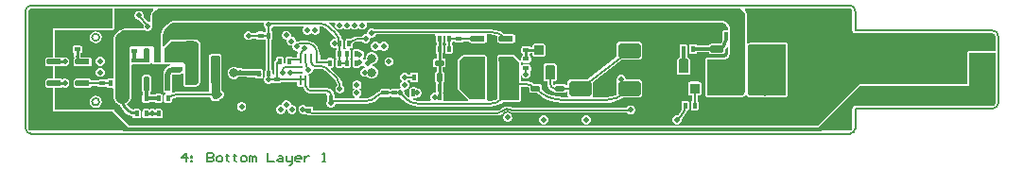
<source format=gbl>
G04*
G04 #@! TF.GenerationSoftware,Altium Limited,Altium Designer,24.2.2 (26)*
G04*
G04 Layer_Physical_Order=4*
G04 Layer_Color=16711680*
%FSLAX43Y43*%
%MOMM*%
G71*
G04*
G04 #@! TF.SameCoordinates,1F1FED76-AB6C-4830-BD65-6DDC81D4C714*
G04*
G04*
G04 #@! TF.FilePolarity,Positive*
G04*
G01*
G75*
%ADD10C,0.127*%
%ADD11C,0.203*%
G04:AMPARAMS|DCode=12|XSize=0.4mm|YSize=0.7mm|CornerRadius=0.04mm|HoleSize=0mm|Usage=FLASHONLY|Rotation=270.000|XOffset=0mm|YOffset=0mm|HoleType=Round|Shape=RoundedRectangle|*
%AMROUNDEDRECTD12*
21,1,0.400,0.620,0,0,270.0*
21,1,0.320,0.700,0,0,270.0*
1,1,0.080,-0.310,-0.160*
1,1,0.080,-0.310,0.160*
1,1,0.080,0.310,0.160*
1,1,0.080,0.310,-0.160*
%
%ADD12ROUNDEDRECTD12*%
G04:AMPARAMS|DCode=16|XSize=0.4mm|YSize=0.55mm|CornerRadius=0.04mm|HoleSize=0mm|Usage=FLASHONLY|Rotation=90.000|XOffset=0mm|YOffset=0mm|HoleType=Round|Shape=RoundedRectangle|*
%AMROUNDEDRECTD16*
21,1,0.400,0.470,0,0,90.0*
21,1,0.320,0.550,0,0,90.0*
1,1,0.080,0.235,0.160*
1,1,0.080,0.235,-0.160*
1,1,0.080,-0.235,-0.160*
1,1,0.080,-0.235,0.160*
%
%ADD16ROUNDEDRECTD16*%
G04:AMPARAMS|DCode=18|XSize=0.4mm|YSize=0.7mm|CornerRadius=0.04mm|HoleSize=0mm|Usage=FLASHONLY|Rotation=180.000|XOffset=0mm|YOffset=0mm|HoleType=Round|Shape=RoundedRectangle|*
%AMROUNDEDRECTD18*
21,1,0.400,0.620,0,0,180.0*
21,1,0.320,0.700,0,0,180.0*
1,1,0.080,-0.160,0.310*
1,1,0.080,0.160,0.310*
1,1,0.080,0.160,-0.310*
1,1,0.080,-0.160,-0.310*
%
%ADD18ROUNDEDRECTD18*%
G04:AMPARAMS|DCode=19|XSize=0.4mm|YSize=0.55mm|CornerRadius=0.04mm|HoleSize=0mm|Usage=FLASHONLY|Rotation=180.000|XOffset=0mm|YOffset=0mm|HoleType=Round|Shape=RoundedRectangle|*
%AMROUNDEDRECTD19*
21,1,0.400,0.470,0,0,180.0*
21,1,0.320,0.550,0,0,180.0*
1,1,0.080,-0.160,0.235*
1,1,0.080,0.160,0.235*
1,1,0.080,0.160,-0.235*
1,1,0.080,-0.160,-0.235*
%
%ADD19ROUNDEDRECTD19*%
G04:AMPARAMS|DCode=25|XSize=0.508mm|YSize=1.27mm|CornerRadius=0.051mm|HoleSize=0mm|Usage=FLASHONLY|Rotation=180.000|XOffset=0mm|YOffset=0mm|HoleType=Round|Shape=RoundedRectangle|*
%AMROUNDEDRECTD25*
21,1,0.508,1.168,0,0,180.0*
21,1,0.406,1.270,0,0,180.0*
1,1,0.102,-0.203,0.584*
1,1,0.102,0.203,0.584*
1,1,0.102,0.203,-0.584*
1,1,0.102,-0.203,-0.584*
%
%ADD25ROUNDEDRECTD25*%
%ADD27C,0.800*%
%ADD58C,0.152*%
%ADD60C,0.127*%
%ADD61C,0.254*%
G04:AMPARAMS|DCode=65|XSize=1.2mm|YSize=1.8mm|CornerRadius=0.18mm|HoleSize=0mm|Usage=FLASHONLY|Rotation=90.000|XOffset=0mm|YOffset=0mm|HoleType=Round|Shape=RoundedRectangle|*
%AMROUNDEDRECTD65*
21,1,1.200,1.440,0,0,90.0*
21,1,0.840,1.800,0,0,90.0*
1,1,0.360,0.720,0.420*
1,1,0.360,0.720,-0.420*
1,1,0.360,-0.720,-0.420*
1,1,0.360,-0.720,0.420*
%
%ADD65ROUNDEDRECTD65*%
G04:AMPARAMS|DCode=66|XSize=1.2mm|YSize=2.1mm|CornerRadius=0.18mm|HoleSize=0mm|Usage=FLASHONLY|Rotation=270.000|XOffset=0mm|YOffset=0mm|HoleType=Round|Shape=RoundedRectangle|*
%AMROUNDEDRECTD66*
21,1,1.200,1.740,0,0,270.0*
21,1,0.840,2.100,0,0,270.0*
1,1,0.360,-0.870,-0.420*
1,1,0.360,-0.870,0.420*
1,1,0.360,0.870,0.420*
1,1,0.360,0.870,-0.420*
%
%ADD66ROUNDEDRECTD66*%
%ADD67C,0.508*%
%ADD68C,1.270*%
%ADD69C,0.356*%
%ADD70C,0.305*%
%ADD71C,0.381*%
%ADD72C,0.508*%
G04:AMPARAMS|DCode=73|XSize=0.508mm|YSize=1.27mm|CornerRadius=0.051mm|HoleSize=0mm|Usage=FLASHONLY|Rotation=270.000|XOffset=0mm|YOffset=0mm|HoleType=Round|Shape=RoundedRectangle|*
%AMROUNDEDRECTD73*
21,1,0.508,1.168,0,0,270.0*
21,1,0.406,1.270,0,0,270.0*
1,1,0.102,-0.584,-0.203*
1,1,0.102,-0.584,0.203*
1,1,0.102,0.584,0.203*
1,1,0.102,0.584,-0.203*
%
%ADD73ROUNDEDRECTD73*%
G04:AMPARAMS|DCode=74|XSize=0.55mm|YSize=0.65mm|CornerRadius=0.055mm|HoleSize=0mm|Usage=FLASHONLY|Rotation=270.000|XOffset=0mm|YOffset=0mm|HoleType=Round|Shape=RoundedRectangle|*
%AMROUNDEDRECTD74*
21,1,0.550,0.540,0,0,270.0*
21,1,0.440,0.650,0,0,270.0*
1,1,0.110,-0.270,-0.220*
1,1,0.110,-0.270,0.220*
1,1,0.110,0.270,0.220*
1,1,0.110,0.270,-0.220*
%
%ADD74ROUNDEDRECTD74*%
G04:AMPARAMS|DCode=75|XSize=0.8mm|YSize=0.5mm|CornerRadius=0.05mm|HoleSize=0mm|Usage=FLASHONLY|Rotation=0.000|XOffset=0mm|YOffset=0mm|HoleType=Round|Shape=RoundedRectangle|*
%AMROUNDEDRECTD75*
21,1,0.800,0.400,0,0,0.0*
21,1,0.700,0.500,0,0,0.0*
1,1,0.100,0.350,-0.200*
1,1,0.100,-0.350,-0.200*
1,1,0.100,-0.350,0.200*
1,1,0.100,0.350,0.200*
%
%ADD75ROUNDEDRECTD75*%
G04:AMPARAMS|DCode=76|XSize=0.5mm|YSize=0.8mm|CornerRadius=0.05mm|HoleSize=0mm|Usage=FLASHONLY|Rotation=180.000|XOffset=0mm|YOffset=0mm|HoleType=Round|Shape=RoundedRectangle|*
%AMROUNDEDRECTD76*
21,1,0.500,0.700,0,0,180.0*
21,1,0.400,0.800,0,0,180.0*
1,1,0.100,-0.200,0.350*
1,1,0.100,0.200,0.350*
1,1,0.100,0.200,-0.350*
1,1,0.100,-0.200,-0.350*
%
%ADD76ROUNDEDRECTD76*%
G04:AMPARAMS|DCode=77|XSize=2mm|YSize=1.3mm|CornerRadius=0.13mm|HoleSize=0mm|Usage=FLASHONLY|Rotation=180.000|XOffset=0mm|YOffset=0mm|HoleType=Round|Shape=RoundedRectangle|*
%AMROUNDEDRECTD77*
21,1,2.000,1.040,0,0,180.0*
21,1,1.740,1.300,0,0,180.0*
1,1,0.260,-0.870,0.520*
1,1,0.260,0.870,0.520*
1,1,0.260,0.870,-0.520*
1,1,0.260,-0.870,-0.520*
%
%ADD77ROUNDEDRECTD77*%
G04:AMPARAMS|DCode=78|XSize=0.8mm|YSize=0.25mm|CornerRadius=0.038mm|HoleSize=0mm|Usage=FLASHONLY|Rotation=270.000|XOffset=0mm|YOffset=0mm|HoleType=Round|Shape=RoundedRectangle|*
%AMROUNDEDRECTD78*
21,1,0.800,0.175,0,0,270.0*
21,1,0.725,0.250,0,0,270.0*
1,1,0.075,-0.088,-0.363*
1,1,0.075,-0.088,0.363*
1,1,0.075,0.088,0.363*
1,1,0.075,0.088,-0.363*
%
%ADD78ROUNDEDRECTD78*%
G04:AMPARAMS|DCode=79|XSize=0.25mm|YSize=0.8mm|CornerRadius=0.1mm|HoleSize=0mm|Usage=FLASHONLY|Rotation=270.000|XOffset=0mm|YOffset=0mm|HoleType=Round|Shape=RoundedRectangle|*
%AMROUNDEDRECTD79*
21,1,0.250,0.600,0,0,270.0*
21,1,0.050,0.800,0,0,270.0*
1,1,0.200,-0.300,-0.025*
1,1,0.200,-0.300,0.025*
1,1,0.200,0.300,0.025*
1,1,0.200,0.300,-0.025*
%
%ADD79ROUNDEDRECTD79*%
G04:AMPARAMS|DCode=80|XSize=0.25mm|YSize=0.8mm|CornerRadius=0.025mm|HoleSize=0mm|Usage=FLASHONLY|Rotation=270.000|XOffset=0mm|YOffset=0mm|HoleType=Round|Shape=RoundedRectangle|*
%AMROUNDEDRECTD80*
21,1,0.250,0.750,0,0,270.0*
21,1,0.200,0.800,0,0,270.0*
1,1,0.050,-0.375,-0.100*
1,1,0.050,-0.375,0.100*
1,1,0.050,0.375,0.100*
1,1,0.050,0.375,-0.100*
%
%ADD80ROUNDEDRECTD80*%
G04:AMPARAMS|DCode=81|XSize=0.8mm|YSize=0.25mm|CornerRadius=0.063mm|HoleSize=0mm|Usage=FLASHONLY|Rotation=270.000|XOffset=0mm|YOffset=0mm|HoleType=Round|Shape=RoundedRectangle|*
%AMROUNDEDRECTD81*
21,1,0.800,0.125,0,0,270.0*
21,1,0.675,0.250,0,0,270.0*
1,1,0.125,-0.063,-0.338*
1,1,0.125,-0.063,0.338*
1,1,0.125,0.063,0.338*
1,1,0.125,0.063,-0.338*
%
%ADD81ROUNDEDRECTD81*%
G04:AMPARAMS|DCode=82|XSize=0.914mm|YSize=0.914mm|CornerRadius=0.091mm|HoleSize=0mm|Usage=FLASHONLY|Rotation=0.000|XOffset=0mm|YOffset=0mm|HoleType=Round|Shape=RoundedRectangle|*
%AMROUNDEDRECTD82*
21,1,0.914,0.732,0,0,0.0*
21,1,0.732,0.914,0,0,0.0*
1,1,0.183,0.366,-0.366*
1,1,0.183,-0.366,-0.366*
1,1,0.183,-0.366,0.366*
1,1,0.183,0.366,0.366*
%
%ADD82ROUNDEDRECTD82*%
G04:AMPARAMS|DCode=83|XSize=0.914mm|YSize=1.27mm|CornerRadius=0.091mm|HoleSize=0mm|Usage=FLASHONLY|Rotation=0.000|XOffset=0mm|YOffset=0mm|HoleType=Round|Shape=RoundedRectangle|*
%AMROUNDEDRECTD83*
21,1,0.914,1.087,0,0,0.0*
21,1,0.732,1.270,0,0,0.0*
1,1,0.183,0.366,-0.544*
1,1,0.183,-0.366,-0.544*
1,1,0.183,-0.366,0.544*
1,1,0.183,0.366,0.544*
%
%ADD83ROUNDEDRECTD83*%
G04:AMPARAMS|DCode=84|XSize=2.7mm|YSize=0.8mm|CornerRadius=0.04mm|HoleSize=0mm|Usage=FLASHONLY|Rotation=90.000|XOffset=0mm|YOffset=0mm|HoleType=Round|Shape=RoundedRectangle|*
%AMROUNDEDRECTD84*
21,1,2.700,0.720,0,0,90.0*
21,1,2.620,0.800,0,0,90.0*
1,1,0.080,0.360,1.310*
1,1,0.080,0.360,-1.310*
1,1,0.080,-0.360,-1.310*
1,1,0.080,-0.360,1.310*
%
%ADD84ROUNDEDRECTD84*%
G04:AMPARAMS|DCode=85|XSize=2.5mm|YSize=0.8mm|CornerRadius=0.04mm|HoleSize=0mm|Usage=FLASHONLY|Rotation=90.000|XOffset=0mm|YOffset=0mm|HoleType=Round|Shape=RoundedRectangle|*
%AMROUNDEDRECTD85*
21,1,2.500,0.720,0,0,90.0*
21,1,2.420,0.800,0,0,90.0*
1,1,0.080,0.360,1.210*
1,1,0.080,0.360,-1.210*
1,1,0.080,-0.360,-1.210*
1,1,0.080,-0.360,1.210*
%
%ADD85ROUNDEDRECTD85*%
G04:AMPARAMS|DCode=86|XSize=1.2mm|YSize=0.6mm|CornerRadius=0.09mm|HoleSize=0mm|Usage=FLASHONLY|Rotation=0.000|XOffset=0mm|YOffset=0mm|HoleType=Round|Shape=RoundedRectangle|*
%AMROUNDEDRECTD86*
21,1,1.200,0.420,0,0,0.0*
21,1,1.020,0.600,0,0,0.0*
1,1,0.180,0.510,-0.210*
1,1,0.180,-0.510,-0.210*
1,1,0.180,-0.510,0.210*
1,1,0.180,0.510,0.210*
%
%ADD86ROUNDEDRECTD86*%
%ADD87C,1.270*%
%ADD88C,0.559*%
%ADD89C,0.762*%
G36*
X72500Y5488D02*
X72591Y5470D01*
X72668Y5418D01*
X72720Y5341D01*
X72738Y5250D01*
X72741D01*
X72741Y5250D01*
Y3500D01*
X72761Y3401D01*
X72817Y3317D01*
X72901Y3261D01*
X73000Y3241D01*
X85300D01*
Y3238D01*
X85391Y3220D01*
X85468Y3168D01*
X85520Y3091D01*
X85538Y3000D01*
X85541D01*
X85541Y3000D01*
Y1665D01*
X83175D01*
X83058Y1617D01*
X83010Y1500D01*
Y-1335D01*
X73400Y-1335D01*
X73283Y-1383D01*
X69657Y-5010D01*
X7993D01*
X6677Y-3694D01*
X6642Y-3608D01*
X6525Y-3560D01*
X1290D01*
Y-1625D01*
X1864D01*
X1943Y-1610D01*
X2000Y-1572D01*
X2144Y-1631D01*
X2306D01*
X2455Y-1570D01*
X2570Y-1455D01*
X2631Y-1306D01*
Y-1144D01*
X2570Y-995D01*
X2455Y-880D01*
X2306Y-819D01*
X2144D01*
X2015Y-872D01*
X2011Y-865D01*
X1943Y-820D01*
X1864Y-805D01*
X1290D01*
Y280D01*
X1864D01*
X1943Y295D01*
X2011Y340D01*
X2015Y347D01*
X2144Y294D01*
X2306D01*
X2455Y355D01*
X2570Y470D01*
X2631Y619D01*
Y781D01*
X2570Y930D01*
X2455Y1045D01*
X2306Y1106D01*
X2144D01*
X2000Y1047D01*
X1943Y1085D01*
X1864Y1100D01*
X1290D01*
Y3535D01*
X6525D01*
X6642Y3583D01*
X6690Y3700D01*
Y5491D01*
X6784Y5491D01*
X10126D01*
X10167Y5389D01*
X10119Y5343D01*
X10112Y5327D01*
X10098Y5318D01*
X10010Y5190D01*
X10006Y5174D01*
X9994Y5162D01*
X9932Y5020D01*
X9932Y5003D01*
X9923Y4989D01*
X9900Y4882D01*
X9902Y4872D01*
X9897Y4862D01*
X9886Y4740D01*
X9888Y4732D01*
X9885Y4725D01*
X9885Y4327D01*
X9783Y4260D01*
X9731Y4281D01*
X9618D01*
X9243Y4738D01*
X9256Y4769D01*
Y4930D01*
X9194Y5080D01*
X9080Y5194D01*
X8930Y5256D01*
X8769D01*
X8619Y5194D01*
X8505Y5080D01*
X8443Y4930D01*
Y4769D01*
X8505Y4619D01*
X8619Y4505D01*
X8769Y4443D01*
X8882D01*
X9256Y3987D01*
X9244Y3956D01*
Y3794D01*
X9252Y3774D01*
X9195Y3690D01*
X7649D01*
X7633Y3683D01*
X7617Y3687D01*
X7419Y3647D01*
X7405Y3638D01*
X7388D01*
X7201Y3561D01*
X7189Y3549D01*
X7173Y3546D01*
X7005Y3433D01*
X6996Y3419D01*
X6980Y3413D01*
X6837Y3270D01*
X6831Y3254D01*
X6817Y3245D01*
X6705Y3077D01*
X6701Y3061D01*
X6689Y3049D01*
X6612Y2862D01*
Y2845D01*
X6603Y2831D01*
X6563Y2633D01*
X6567Y2617D01*
X6560Y2601D01*
Y-713D01*
X6460Y-794D01*
X6140D01*
X6065Y-809D01*
X6001Y-851D01*
X5957Y-914D01*
X5885Y-884D01*
X5810Y-869D01*
X5340D01*
X5265Y-884D01*
X5201Y-926D01*
X5175Y-966D01*
X4602D01*
X4596Y-933D01*
X4551Y-865D01*
X4483Y-820D01*
X4404Y-805D01*
X3236D01*
X3157Y-820D01*
X3089Y-865D01*
X3044Y-933D01*
X3029Y-1012D01*
Y-1418D01*
X3044Y-1497D01*
X3089Y-1565D01*
X3157Y-1610D01*
X3236Y-1625D01*
X4404D01*
X4483Y-1610D01*
X4551Y-1565D01*
X4596Y-1497D01*
X4598Y-1484D01*
X5175D01*
X5201Y-1524D01*
X5265Y-1566D01*
X5340Y-1581D01*
X5810D01*
X5885Y-1566D01*
X5957Y-1536D01*
X6001Y-1599D01*
X6065Y-1641D01*
X6140Y-1656D01*
X6460D01*
X6560Y-1737D01*
Y-2400D01*
X6588Y-2467D01*
Y-2504D01*
X6601Y-2554D01*
X6608Y-2606D01*
X6628Y-2654D01*
X6641Y-2704D01*
X6667Y-2749D01*
X6687Y-2797D01*
X6719Y-2838D01*
X6745Y-2883D01*
X6782Y-2920D01*
X6813Y-2962D01*
X6855Y-2993D01*
X6892Y-3030D01*
X6937Y-3056D01*
X6978Y-3088D01*
X7026Y-3108D01*
X7071Y-3134D01*
X7121Y-3147D01*
X7169Y-3167D01*
X7175Y-3168D01*
X7207Y-3273D01*
X7351Y-3543D01*
X7546Y-3779D01*
X7782Y-3974D01*
X8052Y-4118D01*
X8295Y-4192D01*
X8309Y-4260D01*
X8351Y-4324D01*
X8415Y-4366D01*
X8490Y-4381D01*
X8810D01*
X8885Y-4366D01*
X8949Y-4324D01*
X8991Y-4260D01*
X9006Y-4185D01*
Y-3715D01*
X8991Y-3640D01*
X8949Y-3576D01*
X8885Y-3534D01*
X8810Y-3519D01*
X8490D01*
X8415Y-3534D01*
X8351Y-3576D01*
X8331Y-3607D01*
X8154Y-3534D01*
X7949Y-3376D01*
X7803Y-3185D01*
X7796Y-3165D01*
X7790Y-3074D01*
X7813Y-3056D01*
X7858Y-3030D01*
X7895Y-2993D01*
X7937Y-2962D01*
X7968Y-2920D01*
X8005Y-2883D01*
X8031Y-2838D01*
X8063Y-2797D01*
X8083Y-2749D01*
X8109Y-2704D01*
X8122Y-2654D01*
X8142Y-2606D01*
X8149Y-2554D01*
X8162Y-2504D01*
Y-2467D01*
X8190Y-2400D01*
Y428D01*
X8240Y469D01*
X8710D01*
X8785Y484D01*
X8831Y514D01*
X9223D01*
X9253Y494D01*
X9332Y479D01*
X9738D01*
X9817Y494D01*
X9885Y539D01*
X9916Y586D01*
X9992Y592D01*
X10027Y584D01*
X10058Y508D01*
X10058Y508D01*
X10175Y460D01*
X10825D01*
X10942Y508D01*
X10945Y516D01*
X11055D01*
X11058Y508D01*
X11175Y460D01*
X11622Y460D01*
X11637Y360D01*
X11438Y278D01*
X11268Y147D01*
X11137Y-23D01*
X11055Y-222D01*
X11028Y-421D01*
X11026Y-435D01*
Y-1270D01*
X11030Y-1290D01*
Y-1854D01*
X11045Y-1933D01*
X11090Y-2001D01*
X11158Y-2046D01*
X11210Y-2056D01*
X11215Y-2150D01*
X11213Y-2160D01*
X11151Y-2201D01*
X11109Y-2265D01*
X11094Y-2340D01*
Y-2810D01*
X11109Y-2885D01*
X11151Y-2949D01*
X11215Y-2991D01*
X11290Y-3006D01*
X11610D01*
X11685Y-2991D01*
X11749Y-2949D01*
X11791Y-2885D01*
X11806Y-2810D01*
Y-2626D01*
X11810Y-2623D01*
X12015Y-2538D01*
X12235Y-2509D01*
Y-2509D01*
X15232D01*
X15294Y-2603D01*
X15309Y-2679D01*
X15354Y-2746D01*
X15421Y-2791D01*
X15500Y-2806D01*
X15900D01*
X15979Y-2791D01*
X16046Y-2746D01*
X16091Y-2679D01*
X16095Y-2656D01*
X16131D01*
X16280Y-2595D01*
X16395Y-2480D01*
X16456Y-2331D01*
Y-2169D01*
X16395Y-2020D01*
X16280Y-1905D01*
X16244Y-1890D01*
Y-1272D01*
X16256Y-1210D01*
Y1210D01*
X16241Y1285D01*
X16199Y1349D01*
X16135Y1391D01*
X16060Y1406D01*
X15340D01*
X15265Y1391D01*
X15201Y1349D01*
X15159Y1285D01*
X15144Y1210D01*
Y-1210D01*
X15156Y-1272D01*
Y-1991D01*
X12235D01*
Y-1984D01*
X11893Y-2029D01*
X11860Y-1997D01*
X11829Y-1942D01*
X11835Y-1933D01*
X11850Y-1854D01*
Y-1290D01*
X11854Y-1270D01*
Y-443D01*
X11857Y-442D01*
X11858Y-439D01*
X12475D01*
X12634Y-408D01*
X12708Y-358D01*
X12810Y-412D01*
X12810Y-412D01*
X12810Y-1350D01*
X12858Y-1467D01*
X12975Y-1515D01*
X13975Y-1515D01*
X14092Y-1467D01*
X14292Y-1267D01*
X14340Y-1150D01*
Y2350D01*
X14292Y2467D01*
X14092Y2667D01*
X13975Y2715D01*
X11825D01*
X11708Y2667D01*
X11092Y2050D01*
X10990Y2092D01*
Y2921D01*
X10996Y3049D01*
X11047Y3305D01*
X11145Y3542D01*
X11288Y3756D01*
X11469Y3937D01*
X11683Y4080D01*
X11920Y4178D01*
X12176Y4229D01*
X12304Y4235D01*
X20022D01*
X20090Y4133D01*
X20069Y4081D01*
Y3919D01*
X20130Y3770D01*
X20216Y3684D01*
Y3450D01*
X20176Y3424D01*
X20132Y3361D01*
X20060Y3391D01*
X19985Y3406D01*
X19515D01*
X19440Y3391D01*
X19376Y3349D01*
X19350Y3309D01*
X18966D01*
X18880Y3395D01*
X18731Y3456D01*
X18569D01*
X18420Y3395D01*
X18305Y3280D01*
X18244Y3131D01*
Y2969D01*
X18305Y2820D01*
X18420Y2705D01*
X18569Y2644D01*
X18731D01*
X18880Y2705D01*
X18966Y2791D01*
X19350D01*
X19376Y2751D01*
X19440Y2709D01*
X19515Y2694D01*
X19985D01*
X20060Y2709D01*
X20132Y2739D01*
X20176Y2676D01*
X20216Y2650D01*
Y0D01*
X20176Y-26D01*
X20134Y-90D01*
X20119Y-165D01*
Y-635D01*
X20124Y-661D01*
X20069Y-794D01*
Y-956D01*
X20130Y-1105D01*
X20245Y-1220D01*
X20394Y-1281D01*
X20556D01*
X20705Y-1220D01*
X20723Y-1202D01*
X20826Y-1174D01*
X20890Y-1216D01*
X20965Y-1231D01*
X21435D01*
X21510Y-1216D01*
X21574Y-1174D01*
X21600Y-1134D01*
X23019D01*
Y-1362D01*
X23034Y-1437D01*
X23076Y-1499D01*
X23138Y-1541D01*
X23212Y-1556D01*
X23388D01*
X23450Y-1544D01*
X23469Y-1546D01*
X23560Y-1598D01*
X23565Y-1636D01*
X23639Y-1815D01*
X23757Y-1968D01*
X23910Y-2086D01*
X24089Y-2160D01*
X24281Y-2185D01*
Y-2184D01*
X25641D01*
X25667Y-2215D01*
X25705Y-2286D01*
X25694Y-2340D01*
Y-2798D01*
X25644Y-2919D01*
Y-3081D01*
X25705Y-3230D01*
X25820Y-3345D01*
X25969Y-3406D01*
X26131D01*
X26280Y-3345D01*
X26395Y-3230D01*
X26456Y-3081D01*
Y-3059D01*
X29301D01*
Y-3065D01*
X29634Y-3021D01*
X29945Y-2892D01*
X30212Y-2687D01*
X30212Y-2687D01*
X30281Y-2612D01*
X30456Y-2478D01*
X30535Y-2445D01*
X30590Y-2456D01*
X31210D01*
X31285Y-2441D01*
X31362Y-2405D01*
X31440Y-2441D01*
X31515Y-2456D01*
X31985D01*
X32011Y-2451D01*
X32144Y-2506D01*
X32265D01*
X32517Y-2758D01*
X32514Y-2761D01*
X32800Y-2995D01*
X33125Y-3170D01*
X33479Y-3277D01*
X33847Y-3313D01*
Y-3309D01*
X40375D01*
Y-3312D01*
X40689Y-3281D01*
X40992Y-3189D01*
X41270Y-3040D01*
X41453Y-2890D01*
X42804D01*
X42819Y-2884D01*
X42875D01*
X42992Y-2835D01*
X43040Y-2719D01*
Y-1559D01*
X43409D01*
X43415Y-1558D01*
X43696Y-1595D01*
X43819Y-1646D01*
Y-1900D01*
X43834Y-1979D01*
X43879Y-2046D01*
X43946Y-2091D01*
X44025Y-2106D01*
X44443D01*
X44636Y-2272D01*
X45140Y-2580D01*
X45686Y-2806D01*
X46261Y-2944D01*
X46749Y-2983D01*
X46850Y-2991D01*
X46850Y-2991D01*
X46951Y-2984D01*
X50698D01*
Y-2988D01*
X51136Y-2953D01*
X51564Y-2850D01*
X51970Y-2682D01*
X52255Y-2508D01*
X53645D01*
X53755Y-2486D01*
X53849Y-2424D01*
X53911Y-2330D01*
X53933Y-2220D01*
Y-1180D01*
X53911Y-1070D01*
X53849Y-976D01*
X53755Y-914D01*
X53645Y-892D01*
X52456D01*
Y-819D01*
X52395Y-670D01*
X52280Y-555D01*
X52131Y-494D01*
X51969D01*
X51820Y-555D01*
X51705Y-670D01*
X51644Y-819D01*
Y-981D01*
X51665Y-1031D01*
X51639Y-1070D01*
X51617Y-1180D01*
Y-2220D01*
X51626Y-2266D01*
X51572Y-2295D01*
X51144Y-2425D01*
X50709Y-2468D01*
X50698Y-2466D01*
X49542D01*
X49488Y-2364D01*
X49511Y-2330D01*
X49533Y-2220D01*
Y-1180D01*
X49525Y-1139D01*
X52153Y892D01*
X53645D01*
X53755Y914D01*
X53849Y976D01*
X53911Y1070D01*
X53933Y1180D01*
Y2220D01*
X53911Y2330D01*
X53849Y2424D01*
X53755Y2486D01*
X53645Y2508D01*
X51905D01*
X51795Y2486D01*
X51701Y2424D01*
X51639Y2330D01*
X51617Y2220D01*
Y1180D01*
X51625Y1139D01*
X48997Y-892D01*
X47505D01*
X47395Y-914D01*
X47301Y-976D01*
X47239Y-1070D01*
X47217Y-1180D01*
Y-1410D01*
X47116Y-1421D01*
X47071Y-1354D01*
X47004Y-1309D01*
X46925Y-1294D01*
X46225D01*
X46146Y-1309D01*
X46079Y-1354D01*
X46076Y-1359D01*
X45960Y-1350D01*
X45951Y-1337D01*
X45939Y-1275D01*
X45934D01*
Y-1042D01*
X46041D01*
X46136Y-1023D01*
X46217Y-969D01*
X46270Y-889D01*
X46289Y-794D01*
Y294D01*
X46270Y389D01*
X46217Y469D01*
X46136Y523D01*
X46041Y542D01*
X45309D01*
X45214Y523D01*
X45133Y469D01*
X45080Y389D01*
X45061Y294D01*
Y-794D01*
X45080Y-889D01*
X45133Y-969D01*
X45214Y-1023D01*
X45309Y-1042D01*
X45416D01*
Y-1275D01*
X45415D01*
X45438Y-1452D01*
X45507Y-1617D01*
X45616Y-1759D01*
X45758Y-1868D01*
X45923Y-1937D01*
X46029Y-1950D01*
X46034Y-1979D01*
X46079Y-2046D01*
X46146Y-2091D01*
X46225Y-2106D01*
X46925D01*
X47004Y-2091D01*
X47071Y-2046D01*
X47116Y-1979D01*
X47217Y-1990D01*
Y-2220D01*
X47239Y-2330D01*
X47262Y-2364D01*
X47208Y-2466D01*
X46850D01*
X46841Y-2468D01*
X46342Y-2428D01*
X45847Y-2310D01*
X45377Y-2115D01*
X44943Y-1849D01*
X44931Y-1839D01*
Y-1500D01*
X44916Y-1421D01*
X44871Y-1354D01*
X44804Y-1309D01*
X44725Y-1294D01*
X44278D01*
X44032Y-1162D01*
X43727Y-1069D01*
X43409Y-1038D01*
Y-1041D01*
X43040D01*
Y-581D01*
X43142Y-561D01*
X43180Y-655D01*
X43295Y-770D01*
X43444Y-831D01*
X43606D01*
X43755Y-770D01*
X43870Y-655D01*
X43931Y-506D01*
Y-344D01*
X43877Y-213D01*
X43899Y-199D01*
X43941Y-135D01*
X43956Y-60D01*
Y260D01*
X43941Y335D01*
X43899Y399D01*
X43835Y441D01*
X43760Y456D01*
X43290D01*
X43215Y441D01*
X43151Y399D01*
X43142Y384D01*
X43040Y415D01*
Y635D01*
X43142Y666D01*
X43151Y651D01*
X43215Y609D01*
X43290Y594D01*
X43760D01*
X43835Y609D01*
X43899Y651D01*
X43941Y715D01*
X43956Y790D01*
Y1110D01*
X43941Y1185D01*
X43899Y1249D01*
X43835Y1291D01*
X43810Y1296D01*
Y1404D01*
X43835Y1409D01*
X43899Y1451D01*
X43908Y1465D01*
X44061D01*
Y1384D01*
X44080Y1289D01*
X44133Y1208D01*
X44214Y1155D01*
X44309Y1136D01*
X45041D01*
X45136Y1155D01*
X45217Y1208D01*
X45270Y1289D01*
X45289Y1384D01*
Y2116D01*
X45270Y2211D01*
X45217Y2292D01*
X45136Y2345D01*
X45041Y2364D01*
X44309D01*
X44214Y2345D01*
X44133Y2292D01*
X44080Y2211D01*
X44061Y2116D01*
Y2035D01*
X43908D01*
X43899Y2049D01*
X43835Y2091D01*
X43760Y2106D01*
X43290D01*
X43215Y2091D01*
X43151Y2049D01*
X43109Y1985D01*
X43094Y1910D01*
Y1590D01*
X43109Y1515D01*
X43151Y1451D01*
X43215Y1409D01*
X43240Y1404D01*
Y1296D01*
X43215Y1291D01*
X43151Y1249D01*
X43109Y1185D01*
X43094Y1110D01*
Y810D01*
X42992Y790D01*
X42992Y792D01*
X42517Y1267D01*
X42400Y1315D01*
X41100D01*
X40983Y1267D01*
X40935Y1150D01*
Y-2636D01*
X40921Y-2646D01*
X40658Y-2755D01*
X40380Y-2792D01*
X40375Y-2791D01*
X40067D01*
X39999Y-2689D01*
X40015Y-2650D01*
Y1150D01*
X39967Y1267D01*
X39850Y1315D01*
X37900Y1315D01*
X37783Y1267D01*
X37458Y942D01*
X37410Y825D01*
Y-293D01*
X37417Y-309D01*
X37413Y-325D01*
X37416Y-341D01*
Y-1009D01*
X37413Y-1025D01*
X37417Y-1041D01*
X37410Y-1057D01*
Y-1700D01*
X37458Y-1817D01*
X38331Y-2689D01*
X38289Y-2791D01*
X36177D01*
X36131Y-2735D01*
Y-2265D01*
X36116Y-2190D01*
X36074Y-2126D01*
Y-2099D01*
X36116Y-2035D01*
X36131Y-1960D01*
Y-1340D01*
X36116Y-1265D01*
X36105Y-1249D01*
X36121Y-1171D01*
X36166Y-1104D01*
X36181Y-1025D01*
Y-325D01*
X36166Y-246D01*
X36121Y-179D01*
X36060Y-138D01*
Y194D01*
X36125D01*
X36204Y209D01*
X36271Y254D01*
X36316Y321D01*
X36331Y400D01*
Y800D01*
X36316Y879D01*
X36271Y946D01*
X36204Y991D01*
X36125Y1006D01*
X36060D01*
Y1442D01*
X36074Y1451D01*
X36116Y1515D01*
X36131Y1590D01*
Y2060D01*
X36116Y2135D01*
X36074Y2199D01*
X36060Y2208D01*
Y2392D01*
X36074Y2401D01*
X36116Y2465D01*
X36131Y2540D01*
Y3010D01*
X36200Y3072D01*
X36232Y3043D01*
X36269Y2989D01*
Y2540D01*
X36284Y2465D01*
X36326Y2401D01*
X36366Y2375D01*
Y2225D01*
X36326Y2199D01*
X36284Y2135D01*
X36269Y2060D01*
Y1590D01*
X36284Y1515D01*
X36326Y1451D01*
X36390Y1409D01*
X36465Y1394D01*
X36785D01*
X36860Y1409D01*
X36924Y1451D01*
X36966Y1515D01*
X36981Y1590D01*
Y2060D01*
X36966Y2135D01*
X36924Y2199D01*
X36884Y2225D01*
Y2375D01*
X36924Y2401D01*
X36966Y2465D01*
X36979Y2531D01*
X37090D01*
X37126Y2476D01*
X37190Y2434D01*
X37265Y2419D01*
X37735D01*
X37810Y2434D01*
X37874Y2476D01*
X37910Y2531D01*
X38425D01*
X38429Y2508D01*
X38474Y2440D01*
X38542Y2395D01*
X38621Y2380D01*
X39789D01*
X39868Y2395D01*
X39936Y2440D01*
X39981Y2508D01*
X39996Y2587D01*
Y2993D01*
X39984Y3053D01*
X40021Y3122D01*
X40048Y3155D01*
X40299D01*
X40399Y3148D01*
X40415Y3147D01*
X40430Y3145D01*
X40531Y3135D01*
X40679Y3121D01*
X40962Y3035D01*
X40954Y2993D01*
Y2587D01*
X40969Y2508D01*
X41014Y2440D01*
X41082Y2395D01*
X41161Y2380D01*
X42329D01*
X42408Y2395D01*
X42476Y2440D01*
X42521Y2508D01*
X42536Y2587D01*
Y2993D01*
X42521Y3072D01*
X42476Y3140D01*
X42408Y3185D01*
X42329Y3200D01*
X41600D01*
X41568Y3227D01*
X41184Y3432D01*
X40767Y3559D01*
X40333Y3602D01*
Y3595D01*
X29904D01*
X29756Y3656D01*
X29594D01*
X29445Y3595D01*
X29330Y3480D01*
X29269Y3331D01*
Y3250D01*
X29234Y3164D01*
X29175Y3156D01*
X29069D01*
X28920Y3095D01*
X28805Y2980D01*
X28801Y2970D01*
X28401D01*
Y2974D01*
X28155Y2942D01*
X27926Y2847D01*
X27808Y2756D01*
X27515D01*
X27440Y2741D01*
X27376Y2699D01*
X27334Y2635D01*
X27319Y2560D01*
Y2090D01*
X27334Y2015D01*
X27376Y1951D01*
X27404Y1933D01*
X27373Y1831D01*
X27315D01*
X27240Y1816D01*
X27224Y1806D01*
X27174Y1790D01*
X27109Y1834D01*
X27109Y1941D01*
X27124Y1951D01*
X27166Y2015D01*
X27181Y2090D01*
Y2560D01*
X27166Y2635D01*
X27124Y2699D01*
X27060Y2741D01*
X27022Y2749D01*
X26966Y2933D01*
X26819Y3208D01*
X26684Y3372D01*
X26622Y3448D01*
X26621Y3449D01*
X26619Y3447D01*
X26175Y3891D01*
X26178Y3894D01*
X26177Y3894D01*
X26101Y3957D01*
X25909Y4114D01*
X25867Y4136D01*
X25892Y4235D01*
X26383D01*
X26451Y4133D01*
X26419Y4056D01*
Y3894D01*
X26480Y3745D01*
X26595Y3630D01*
X26744Y3569D01*
X26906D01*
X27055Y3630D01*
X27163Y3738D01*
X27270Y3630D01*
X27419Y3569D01*
X27581D01*
X27730Y3630D01*
X27837Y3738D01*
X27945Y3630D01*
X28094Y3569D01*
X28256D01*
X28405Y3630D01*
X28513Y3738D01*
X28620Y3630D01*
X28769Y3569D01*
X28931D01*
X29080Y3630D01*
X29195Y3745D01*
X29256Y3894D01*
Y4056D01*
X29224Y4133D01*
X29292Y4235D01*
X60946Y4235D01*
X61013Y4232D01*
X61149Y4205D01*
X61273Y4153D01*
X61384Y4079D01*
X61479Y3984D01*
X61553Y3873D01*
X61605Y3749D01*
X61627Y3636D01*
X61627Y3636D01*
Y3636D01*
X61629Y3626D01*
X61617Y3600D01*
X61538Y3531D01*
X61265D01*
X61190Y3516D01*
X61126Y3474D01*
X61084Y3410D01*
X61069Y3335D01*
Y2865D01*
X61084Y2790D01*
X61114Y2744D01*
Y2655D01*
X61116Y2648D01*
X61080Y2467D01*
X60976Y2312D01*
X60115D01*
X60020Y2293D01*
X59940Y2240D01*
X59891Y2166D01*
X58812D01*
X58774Y2224D01*
X58710Y2266D01*
X58635Y2281D01*
X58315D01*
X58240Y2266D01*
X58176Y2224D01*
X58134Y2160D01*
X58119Y2085D01*
Y1615D01*
X58134Y1540D01*
X58176Y1476D01*
X58240Y1434D01*
X58315Y1419D01*
X58635D01*
X58710Y1434D01*
X58774Y1476D01*
X58816Y1540D01*
X58817Y1544D01*
X59891D01*
X59940Y1470D01*
X60020Y1417D01*
X60115Y1398D01*
X61135D01*
X61230Y1417D01*
X61310Y1470D01*
X61363Y1550D01*
X61382Y1645D01*
Y1843D01*
X61413Y1867D01*
X61533Y2024D01*
X61635Y1990D01*
Y1508D01*
X61627Y1428D01*
X61563Y1274D01*
X61451Y1162D01*
X61297Y1098D01*
X61217Y1090D01*
X59775Y1090D01*
X59658Y1042D01*
X59610Y925D01*
Y-2343D01*
X59658Y-2459D01*
X59775Y-2507D01*
X62816D01*
X62846Y-2495D01*
X62879D01*
X63032Y-2431D01*
X63055Y-2408D01*
X63086Y-2396D01*
X63176Y-2305D01*
X63199Y-2298D01*
X63272Y-2303D01*
X63299Y-2312D01*
X63396Y-2410D01*
X63426Y-2422D01*
X63449Y-2445D01*
X63587Y-2502D01*
X63620D01*
X63650Y-2515D01*
X63725Y-2515D01*
X66775D01*
X66892Y-2467D01*
X66940Y-2350D01*
Y2275D01*
X66892Y2392D01*
X66775Y2440D01*
X63725D01*
X63725Y2440D01*
X63650Y2440D01*
X63620Y2427D01*
X63587D01*
X63449Y2370D01*
X63426Y2347D01*
X63417Y2343D01*
X63315Y2386D01*
X63315Y4750D01*
X63315Y4824D01*
X63309Y4839D01*
X63312Y4856D01*
X63283Y5001D01*
X63274Y5015D01*
X63274Y5032D01*
X63217Y5168D01*
X63205Y5180D01*
X63202Y5197D01*
X63120Y5320D01*
X63106Y5329D01*
X63099Y5345D01*
X63055Y5389D01*
X63097Y5491D01*
X72500D01*
Y5488D01*
D02*
G37*
G36*
X66775Y-2350D02*
X63725D01*
X63650Y-2350D01*
X63513Y-2293D01*
X63407Y-2187D01*
X63350Y-2050D01*
X63350Y-1975D01*
Y-1975D01*
Y1900D01*
X63350Y1975D01*
X63407Y2112D01*
X63513Y2218D01*
X63650Y2275D01*
X63725Y2275D01*
X63725Y2275D01*
X66775D01*
Y-2350D01*
D02*
G37*
G36*
X62619Y5471D02*
X62755Y5415D01*
X62878Y5333D01*
X62983Y5228D01*
X63065Y5105D01*
X63121Y4969D01*
X63150Y4824D01*
X63150Y4750D01*
X63150Y-1925D01*
Y-2008D01*
X63086Y-2161D01*
X62969Y-2279D01*
X62816Y-2343D01*
X59775D01*
Y925D01*
X61225Y925D01*
X61225Y925D01*
X61225Y925D01*
X61337Y936D01*
X61344Y939D01*
X61544Y1022D01*
X61703Y1181D01*
X61789Y1388D01*
X61800Y1500D01*
X61800Y3550D01*
X61800Y3550D01*
X61800Y3550D01*
X61800Y3550D01*
X61796Y3633D01*
X61789Y3668D01*
X61763Y3797D01*
X61700Y3951D01*
X61607Y4089D01*
X61489Y4207D01*
X61351Y4300D01*
X61197Y4363D01*
X61033Y4396D01*
X60950Y4400D01*
X25052Y4400D01*
X24925Y4413D01*
Y4409D01*
X20625D01*
Y4412D01*
X20569Y4401D01*
X20556Y4406D01*
X20394D01*
X20379Y4400D01*
X12300D01*
X12300Y4400D01*
X12155Y4393D01*
X11872Y4336D01*
X11605Y4226D01*
X11364Y4065D01*
X11160Y3861D01*
X10999Y3620D01*
X10889Y3353D01*
X10832Y3070D01*
X10825Y2925D01*
Y625D01*
X10175D01*
X10175Y1925D01*
X10175Y1925D01*
X10175Y1925D01*
X10175Y1961D01*
X10154Y2029D01*
X10154Y2029D01*
X10146Y2039D01*
X10109Y2084D01*
X10046Y2118D01*
X10011Y2125D01*
X8225Y2125D01*
X8225Y2125D01*
X8186Y2121D01*
X8114Y2091D01*
X8059Y2036D01*
X8029Y1964D01*
X8025Y1925D01*
Y-2400D01*
X6725D01*
Y2500D01*
Y2601D01*
X6764Y2799D01*
X6842Y2986D01*
X6954Y3153D01*
X7097Y3296D01*
X7264Y3408D01*
X7451Y3486D01*
X7649Y3525D01*
X9433D01*
X9569Y3469D01*
X9731D01*
X9880Y3530D01*
X9995Y3645D01*
X10056Y3794D01*
Y3956D01*
X10050Y3971D01*
X10050Y4725D01*
X10050Y4725D01*
X10061Y4847D01*
X10084Y4954D01*
X10145Y5097D01*
X10234Y5224D01*
X10345Y5332D01*
X10475Y5416D01*
X10620Y5473D01*
X10716Y5491D01*
X62519Y5491D01*
X62619Y5471D01*
D02*
G37*
G36*
X14175Y2350D02*
Y-1150D01*
X13975Y-1350D01*
X12975Y-1350D01*
X12975Y475D01*
X12825Y625D01*
X11175Y625D01*
Y1900D01*
X11825Y2550D01*
X13975D01*
X14175Y2350D01*
D02*
G37*
G36*
X23640Y3789D02*
X23605Y3755D01*
X23544Y3606D01*
Y3444D01*
X23605Y3295D01*
X23720Y3180D01*
X23869Y3119D01*
X24031D01*
X24180Y3180D01*
X24234Y3234D01*
X24300Y3290D01*
X24366Y3234D01*
X24420Y3180D01*
X24569Y3119D01*
X24731D01*
X24880Y3180D01*
X24995Y3295D01*
X25056Y3444D01*
Y3606D01*
X24995Y3755D01*
X24963Y3787D01*
X25011Y3883D01*
X25249Y3851D01*
X25551Y3726D01*
X25803Y3533D01*
X25808Y3526D01*
X25809Y3525D01*
X25809Y3525D01*
X26253Y3081D01*
X26253Y3081D01*
X26253Y3080D01*
X26257Y3078D01*
X26424Y2860D01*
X26442Y2816D01*
X26386Y2731D01*
X26319D01*
X26170Y2670D01*
X26055Y2555D01*
X25994Y2406D01*
Y2244D01*
X26055Y2095D01*
X26170Y1980D01*
X26319Y1919D01*
X26481D01*
X26518Y1886D01*
X26526Y1774D01*
X26484Y1710D01*
X26469Y1635D01*
Y1165D01*
X26484Y1090D01*
X26494Y1074D01*
X26518Y1000D01*
X26494Y926D01*
X26484Y910D01*
X26469Y835D01*
Y365D01*
X26484Y290D01*
X26526Y226D01*
X26590Y184D01*
X26665Y169D01*
X26985D01*
X27060Y184D01*
X27076Y194D01*
X27150Y218D01*
X27224Y194D01*
X27240Y184D01*
X27315Y169D01*
X27635D01*
X27710Y184D01*
X27774Y226D01*
X27816Y290D01*
X27831Y365D01*
Y835D01*
X27816Y910D01*
X27806Y926D01*
X27782Y1000D01*
X27806Y1074D01*
X27816Y1090D01*
X27831Y1165D01*
Y1635D01*
X27816Y1710D01*
X27774Y1774D01*
X27746Y1792D01*
X27777Y1894D01*
X27835D01*
X27910Y1909D01*
X27974Y1951D01*
X28016Y2015D01*
X28031Y2090D01*
Y2370D01*
X28043Y2382D01*
X28045Y2385D01*
X28207Y2493D01*
X28397Y2530D01*
X28401Y2530D01*
X28801D01*
X28805Y2520D01*
X28920Y2405D01*
X29069Y2344D01*
X29231D01*
X29380Y2405D01*
X29495Y2520D01*
X29556Y2669D01*
Y2750D01*
X29591Y2836D01*
X29650Y2844D01*
X29756D01*
X29905Y2905D01*
X30020Y3020D01*
X30075Y3155D01*
X35358D01*
X35379Y3136D01*
X35427Y3053D01*
X35419Y3010D01*
Y2540D01*
X35434Y2465D01*
X35476Y2401D01*
X35490Y2392D01*
Y2208D01*
X35476Y2199D01*
X35434Y2135D01*
X35419Y2060D01*
Y1590D01*
X35434Y1515D01*
X35476Y1451D01*
X35490Y1442D01*
Y1006D01*
X35425D01*
X35346Y991D01*
X35279Y946D01*
X35234Y879D01*
X35219Y800D01*
Y400D01*
X35234Y321D01*
X35279Y254D01*
X35346Y209D01*
X35425Y194D01*
X35490D01*
Y-138D01*
X35429Y-179D01*
X35384Y-246D01*
X35369Y-325D01*
Y-1025D01*
X35384Y-1104D01*
X35429Y-1171D01*
X35445Y-1249D01*
X35434Y-1265D01*
X35419Y-1340D01*
Y-1960D01*
X35425Y-1992D01*
X35368Y-2082D01*
X35351Y-2094D01*
X35294D01*
X35145Y-2155D01*
X35030Y-2270D01*
X34969Y-2419D01*
Y-2581D01*
X35014Y-2689D01*
X34959Y-2791D01*
X33847D01*
X33835Y-2793D01*
X33493Y-2748D01*
X33395Y-2708D01*
X33415Y-2606D01*
X33610D01*
X33685Y-2591D01*
X33749Y-2549D01*
X33777Y-2506D01*
X33856D01*
X34005Y-2445D01*
X34120Y-2330D01*
X34181Y-2181D01*
Y-2019D01*
X34120Y-1870D01*
X34005Y-1755D01*
X33856Y-1694D01*
X33777D01*
X33749Y-1651D01*
X33685Y-1609D01*
X33610Y-1594D01*
X33290D01*
X33215Y-1609D01*
X33151Y-1651D01*
X33109Y-1715D01*
X33094Y-1790D01*
Y-2410D01*
X33099Y-2434D01*
X33006Y-2491D01*
X32890Y-2402D01*
X32883Y-2392D01*
X32631Y-2140D01*
Y-2019D01*
X32585Y-1908D01*
X32634Y-1815D01*
X32645Y-1806D01*
X32731D01*
X32880Y-1745D01*
X32995Y-1630D01*
X33056Y-1481D01*
Y-1319D01*
X32995Y-1170D01*
X32941Y-1116D01*
X32885Y-1050D01*
X32941Y-984D01*
X32992Y-933D01*
X33144D01*
Y-935D01*
X33159Y-1010D01*
X33201Y-1074D01*
X33265Y-1116D01*
X33340Y-1131D01*
X33660D01*
X33735Y-1116D01*
X33799Y-1074D01*
X33841Y-1010D01*
X33856Y-935D01*
Y-465D01*
X33841Y-390D01*
X33799Y-326D01*
X33735Y-284D01*
X33660Y-269D01*
X33340D01*
X33265Y-284D01*
X33201Y-326D01*
X33159Y-390D01*
X33144Y-465D01*
Y-467D01*
X32992D01*
X32880Y-355D01*
X32731Y-294D01*
X32569D01*
X32420Y-355D01*
X32305Y-470D01*
X32244Y-619D01*
Y-781D01*
X32305Y-930D01*
X32359Y-984D01*
X32415Y-1050D01*
X32359Y-1116D01*
X32305Y-1170D01*
X32244Y-1319D01*
Y-1481D01*
X32290Y-1592D01*
X32241Y-1685D01*
X32230Y-1694D01*
X32144D01*
X32011Y-1749D01*
X31985Y-1744D01*
X31515D01*
X31440Y-1759D01*
X31362Y-1795D01*
X31285Y-1759D01*
X31210Y-1744D01*
X30590D01*
X30515Y-1759D01*
X30451Y-1801D01*
X30409Y-1865D01*
X30394Y-1940D01*
Y-1940D01*
X30194Y-2023D01*
X29901Y-2248D01*
X29901Y-2248D01*
X29832Y-2323D01*
X29683Y-2437D01*
X29499Y-2514D01*
X29301Y-2540D01*
Y-2541D01*
X28638D01*
X28612Y-2465D01*
X28610Y-2439D01*
X28720Y-2330D01*
X28781Y-2181D01*
Y-2019D01*
X28720Y-1870D01*
X28666Y-1816D01*
X28610Y-1750D01*
X28666Y-1684D01*
X28720Y-1630D01*
X28781Y-1481D01*
Y-1319D01*
X28720Y-1170D01*
X28605Y-1055D01*
X28456Y-994D01*
X28294D01*
X28145Y-1055D01*
X28030Y-1170D01*
X27969Y-1319D01*
Y-1481D01*
X28030Y-1630D01*
X28084Y-1684D01*
X28140Y-1750D01*
X28084Y-1816D01*
X28030Y-1870D01*
X27969Y-2019D01*
Y-2181D01*
X28030Y-2330D01*
X28140Y-2439D01*
X28138Y-2465D01*
X28112Y-2541D01*
X26406D01*
Y-2340D01*
X26391Y-2265D01*
X26349Y-2201D01*
X26299Y-2168D01*
X26270Y-2024D01*
X26142Y-1833D01*
X25951Y-1705D01*
X25725Y-1660D01*
Y-1666D01*
X24281D01*
Y-1663D01*
X24198Y-1646D01*
X24127Y-1598D01*
X24085Y-1536D01*
X24062Y-1444D01*
X24063Y-1442D01*
X24066Y-1437D01*
X24081Y-1363D01*
X24081Y-1362D01*
X24081Y-1350D01*
Y-637D01*
X24066Y-563D01*
X24029Y-508D01*
X24038Y-470D01*
X24066Y-406D01*
X24131D01*
X24280Y-345D01*
X24395Y-230D01*
X24456Y-81D01*
Y8D01*
X24553Y92D01*
X24650Y73D01*
Y80D01*
X25225D01*
Y79D01*
X25371Y50D01*
X25495Y-33D01*
X25568Y-104D01*
X26456Y-992D01*
X26462Y-996D01*
X26587Y-1184D01*
X26631Y-1401D01*
X26620Y-1405D01*
X26505Y-1520D01*
X26444Y-1669D01*
Y-1831D01*
X26505Y-1980D01*
X26620Y-2095D01*
X26769Y-2156D01*
X26931D01*
X27080Y-2095D01*
X27195Y-1980D01*
X27256Y-1831D01*
Y-1669D01*
X27195Y-1520D01*
X27080Y-1405D01*
X27073Y-1403D01*
X27039Y-1143D01*
X26936Y-893D01*
X26770Y-677D01*
X26767Y-681D01*
X26767Y-681D01*
X26011Y75D01*
X26050Y169D01*
X26135D01*
X26210Y184D01*
X26274Y226D01*
X26316Y290D01*
X26331Y365D01*
Y835D01*
X26316Y910D01*
X26274Y974D01*
X26210Y1016D01*
X26135Y1031D01*
X25815D01*
X25740Y1016D01*
X25676Y974D01*
X25634Y910D01*
X25631Y895D01*
X25081D01*
Y1362D01*
X25066Y1437D01*
X25024Y1499D01*
X25019Y1503D01*
X24987Y1744D01*
X24875Y2015D01*
X24697Y2247D01*
X24465Y2425D01*
X24194Y2537D01*
X23904Y2576D01*
Y2570D01*
X23300D01*
Y2576D01*
X23099Y2536D01*
X23008Y2475D01*
X22911Y2514D01*
X22906Y2550D01*
Y2631D01*
X22845Y2780D01*
X22730Y2895D01*
X22581Y2956D01*
X22482D01*
X22456Y2994D01*
Y3156D01*
X22395Y3305D01*
X22280Y3420D01*
X22131Y3481D01*
X21969D01*
X21820Y3420D01*
X21705Y3305D01*
X21644Y3156D01*
Y2994D01*
X21705Y2845D01*
X21820Y2730D01*
X21969Y2669D01*
X22068D01*
X22094Y2631D01*
Y2469D01*
X22155Y2320D01*
X22270Y2205D01*
X22419Y2144D01*
X22500D01*
X22582Y2132D01*
X22594Y2050D01*
Y1969D01*
X22655Y1820D01*
X22770Y1705D01*
X22919Y1644D01*
X22994D01*
X23082Y1542D01*
X23076Y1499D01*
X23034Y1437D01*
X23019Y1362D01*
Y1095D01*
X22626D01*
X22624Y1099D01*
X22560Y1141D01*
X22485Y1156D01*
X22165D01*
X22090Y1141D01*
X22026Y1099D01*
X21984Y1035D01*
X21969Y960D01*
Y559D01*
X21930Y543D01*
X21831Y611D01*
Y960D01*
X21816Y1035D01*
X21774Y1099D01*
X21710Y1141D01*
X21635Y1156D01*
X21315D01*
X21240Y1141D01*
X21176Y1099D01*
X21134Y1035D01*
X21119Y960D01*
Y848D01*
X21094Y831D01*
X20977Y656D01*
X20936Y450D01*
X20941D01*
Y-410D01*
X20933Y-414D01*
X20831Y-354D01*
Y-165D01*
X20816Y-90D01*
X20774Y-26D01*
X20734Y0D01*
Y2650D01*
X20774Y2676D01*
X20816Y2740D01*
X20831Y2815D01*
Y3285D01*
X20816Y3360D01*
X20774Y3424D01*
X20734Y3450D01*
Y3684D01*
X20820Y3770D01*
X20870Y3891D01*
X23598D01*
X23640Y3789D01*
D02*
G37*
G36*
X39850Y-2650D02*
X38525D01*
X37575Y-1700D01*
Y-1057D01*
X37581Y-1025D01*
Y-325D01*
X37575Y-293D01*
Y825D01*
X37900Y1150D01*
X39850Y1150D01*
Y-2650D01*
D02*
G37*
G36*
X42875Y675D02*
Y-2719D01*
X42819D01*
X42804Y-2725D01*
X41100D01*
Y1150D01*
X42400D01*
X42875Y675D01*
D02*
G37*
G36*
X6525Y3700D02*
X1125D01*
Y1100D01*
X696D01*
X617Y1085D01*
X549Y1040D01*
X504Y972D01*
X489Y893D01*
Y487D01*
X504Y408D01*
X549Y340D01*
X617Y295D01*
X696Y280D01*
X1125D01*
Y-805D01*
X696D01*
X617Y-820D01*
X549Y-865D01*
X504Y-933D01*
X489Y-1012D01*
Y-1418D01*
X504Y-1497D01*
X549Y-1565D01*
X617Y-1610D01*
X696Y-1625D01*
X1125D01*
Y-3725D01*
X6525D01*
Y-3775D01*
X7925Y-5175D01*
X69725D01*
X73400Y-1500D01*
X83175Y-1500D01*
Y1500D01*
X85541D01*
Y-3000D01*
X85538D01*
X85520Y-3091D01*
X85468Y-3168D01*
X85391Y-3220D01*
X85300Y-3238D01*
Y-3241D01*
X85300Y-3241D01*
X73000D01*
X72901Y-3261D01*
X72817Y-3317D01*
X72761Y-3401D01*
X72741Y-3500D01*
Y-5250D01*
X72738D01*
X72720Y-5341D01*
X72668Y-5418D01*
X72591Y-5470D01*
X72500Y-5488D01*
Y-5491D01*
X72500Y-5491D01*
X6525Y-5491D01*
D01*
X-698D01*
X-800Y-5488D01*
X-800D01*
X-893Y-5468D01*
X-968Y-5418D01*
X-1020Y-5341D01*
X-1038Y-5250D01*
X-1041D01*
X-1041Y-5250D01*
Y5250D01*
X-1038D01*
X-1020Y5341D01*
X-968Y5418D01*
X-891Y5470D01*
X-800Y5488D01*
Y5491D01*
X6525D01*
Y3700D01*
D02*
G37*
%LPC*%
G36*
X4980Y3429D02*
X4774Y3388D01*
X4599Y3271D01*
X4482Y3096D01*
X4441Y2890D01*
X4482Y2684D01*
X4599Y2509D01*
X4774Y2392D01*
X4980Y2351D01*
X5186Y2392D01*
X5361Y2509D01*
X5478Y2684D01*
X5519Y2890D01*
X5478Y3096D01*
X5361Y3271D01*
X5186Y3388D01*
X4980Y3429D01*
D02*
G37*
G36*
X5456Y1156D02*
X5294D01*
X5145Y1095D01*
X5030Y980D01*
X4969Y831D01*
Y669D01*
X5030Y520D01*
X5145Y405D01*
X5294Y344D01*
X5456D01*
X5605Y405D01*
X5720Y520D01*
X5781Y669D01*
Y831D01*
X5720Y980D01*
X5605Y1095D01*
X5456Y1156D01*
D02*
G37*
G36*
X3560Y2181D02*
X3090D01*
X3015Y2166D01*
X2951Y2124D01*
X2909Y2060D01*
X2894Y1985D01*
Y1665D01*
X2909Y1590D01*
X2951Y1526D01*
X3015Y1484D01*
X3040Y1479D01*
Y1185D01*
X3039D01*
X3063Y1001D01*
X3044Y972D01*
X3029Y893D01*
Y487D01*
X3044Y408D01*
X3089Y340D01*
X3157Y295D01*
X3236Y280D01*
X4404D01*
X4483Y295D01*
X4551Y340D01*
X4596Y408D01*
X4611Y487D01*
Y893D01*
X4596Y972D01*
X4551Y1040D01*
X4483Y1085D01*
X4404Y1100D01*
X3633D01*
X3629Y1106D01*
X3613Y1185D01*
X3610D01*
Y1479D01*
X3635Y1484D01*
X3699Y1526D01*
X3741Y1590D01*
X3756Y1665D01*
Y1985D01*
X3741Y2060D01*
X3699Y2124D01*
X3635Y2166D01*
X3560Y2181D01*
D02*
G37*
G36*
X57785Y2281D02*
X57465D01*
X57390Y2266D01*
X57326Y2224D01*
X57284Y2160D01*
X57269Y2085D01*
Y1615D01*
X57284Y1540D01*
X57314Y1494D01*
Y1092D01*
X57259D01*
X57164Y1073D01*
X57083Y1019D01*
X57030Y939D01*
X57011Y844D01*
Y-244D01*
X57030Y-339D01*
X57083Y-419D01*
X57164Y-473D01*
X57259Y-492D01*
X57991D01*
X58086Y-473D01*
X58167Y-419D01*
X58220Y-339D01*
X58239Y-244D01*
Y844D01*
X58220Y939D01*
X58167Y1019D01*
X58086Y1073D01*
X57991Y1092D01*
X57936D01*
Y1494D01*
X57966Y1540D01*
X57981Y1615D01*
Y2085D01*
X57966Y2160D01*
X57924Y2224D01*
X57860Y2266D01*
X57785Y2281D01*
D02*
G37*
G36*
X5456Y156D02*
X5294D01*
X5145Y95D01*
X5030Y-20D01*
X4969Y-169D01*
Y-331D01*
X5030Y-480D01*
X5145Y-595D01*
X5294Y-656D01*
X5456D01*
X5605Y-595D01*
X5720Y-480D01*
X5781Y-331D01*
Y-169D01*
X5720Y-20D01*
X5605Y95D01*
X5456Y156D01*
D02*
G37*
G36*
X17460Y252D02*
X17240D01*
X17037Y168D01*
X16882Y13D01*
X16798Y-190D01*
Y-410D01*
X16882Y-613D01*
X17037Y-768D01*
X17240Y-852D01*
X17460D01*
X17663Y-768D01*
X17782Y-650D01*
X17853D01*
X17869Y-656D01*
X18031D01*
X18047Y-650D01*
X18503D01*
X18565Y-691D01*
X18640Y-706D01*
X19110D01*
X19185Y-691D01*
X19284Y-710D01*
X19326Y-774D01*
X19390Y-816D01*
X19465Y-831D01*
X19785D01*
X19860Y-816D01*
X19924Y-774D01*
X19966Y-710D01*
X19981Y-635D01*
Y-165D01*
X19966Y-90D01*
X19924Y-26D01*
X19860Y16D01*
X19785Y31D01*
X19518D01*
X19396Y47D01*
X19384Y50D01*
X18225D01*
X18180Y95D01*
X18031Y156D01*
X17869D01*
X17732Y99D01*
X17663Y168D01*
X17460Y252D01*
D02*
G37*
G36*
X9738Y-479D02*
X9332D01*
X9253Y-494D01*
X9185Y-539D01*
X9140Y-607D01*
X9125Y-686D01*
Y-1854D01*
X9140Y-1933D01*
X9185Y-2001D01*
X9224Y-2027D01*
Y-2186D01*
X9201Y-2201D01*
X9159Y-2265D01*
X9144Y-2340D01*
Y-2810D01*
X9159Y-2885D01*
X9201Y-2949D01*
X9265Y-2991D01*
X9340Y-3006D01*
X9660D01*
X9735Y-2991D01*
X9799Y-2949D01*
X9841Y-2886D01*
X10259D01*
X10301Y-2949D01*
X10365Y-2991D01*
X10440Y-3006D01*
X10760D01*
X10835Y-2991D01*
X10899Y-2949D01*
X10941Y-2885D01*
X10956Y-2810D01*
Y-2340D01*
X10941Y-2265D01*
X10899Y-2201D01*
X10835Y-2159D01*
X10760Y-2144D01*
X10440D01*
X10365Y-2159D01*
X10301Y-2201D01*
X10259Y-2264D01*
X9846D01*
Y-2027D01*
X9885Y-2001D01*
X9930Y-1933D01*
X9945Y-1854D01*
Y-686D01*
X9930Y-607D01*
X9885Y-539D01*
X9817Y-494D01*
X9738Y-479D01*
D02*
G37*
G36*
X4980Y-2351D02*
X4774Y-2392D01*
X4599Y-2509D01*
X4482Y-2684D01*
X4441Y-2890D01*
X4482Y-3096D01*
X4599Y-3271D01*
X4774Y-3388D01*
X4980Y-3429D01*
X5186Y-3388D01*
X5361Y-3271D01*
X5478Y-3096D01*
X5519Y-2890D01*
X5478Y-2684D01*
X5361Y-2509D01*
X5186Y-2392D01*
X4980Y-2351D01*
D02*
G37*
G36*
X10760Y-3519D02*
X10440D01*
X10365Y-3534D01*
X10301Y-3576D01*
X10282Y-3605D01*
X10280Y-3605D01*
X10131Y-3544D01*
X9969D01*
X9820Y-3605D01*
X9818Y-3605D01*
X9799Y-3576D01*
X9735Y-3534D01*
X9660Y-3519D01*
X9340D01*
X9265Y-3534D01*
X9201Y-3576D01*
X9159Y-3640D01*
X9144Y-3715D01*
Y-4185D01*
X9159Y-4260D01*
X9201Y-4324D01*
X9265Y-4366D01*
X9340Y-4381D01*
X9660D01*
X9735Y-4366D01*
X9799Y-4324D01*
X9818Y-4295D01*
X9820Y-4295D01*
X9969Y-4356D01*
X10131D01*
X10280Y-4295D01*
X10282Y-4295D01*
X10301Y-4324D01*
X10365Y-4366D01*
X10440Y-4381D01*
X10760D01*
X10835Y-4366D01*
X10899Y-4324D01*
X10941Y-4260D01*
X10956Y-4185D01*
Y-3715D01*
X10941Y-3640D01*
X10899Y-3576D01*
X10835Y-3534D01*
X10760Y-3519D01*
D02*
G37*
G36*
X58991Y-1086D02*
X58259D01*
X58164Y-1105D01*
X58083Y-1158D01*
X58030Y-1239D01*
X58011Y-1334D01*
Y-2066D01*
X58030Y-2161D01*
X58083Y-2242D01*
X58164Y-2295D01*
X58259Y-2314D01*
X58366D01*
Y-2825D01*
X58326Y-2851D01*
X58284Y-2915D01*
X58269Y-2990D01*
Y-3460D01*
X58284Y-3535D01*
X58326Y-3599D01*
X58390Y-3641D01*
X58465Y-3656D01*
X58785D01*
X58860Y-3641D01*
X58924Y-3599D01*
X58966Y-3535D01*
X58981Y-3460D01*
Y-2990D01*
X58966Y-2915D01*
X58924Y-2851D01*
X58884Y-2825D01*
Y-2314D01*
X58991D01*
X59086Y-2295D01*
X59167Y-2242D01*
X59220Y-2161D01*
X59239Y-2066D01*
Y-1334D01*
X59220Y-1239D01*
X59167Y-1158D01*
X59086Y-1105D01*
X58991Y-1086D01*
D02*
G37*
G36*
X18131Y-2944D02*
X17969D01*
X17820Y-3005D01*
X17705Y-3120D01*
X17644Y-3269D01*
Y-3431D01*
X17705Y-3580D01*
X17820Y-3695D01*
X17969Y-3756D01*
X18131D01*
X18280Y-3695D01*
X18395Y-3580D01*
X18456Y-3431D01*
Y-3269D01*
X18395Y-3120D01*
X18280Y-3005D01*
X18131Y-2944D01*
D02*
G37*
G36*
X22131Y-2744D02*
X21969D01*
X21820Y-2805D01*
X21705Y-2920D01*
X21644Y-3069D01*
Y-3160D01*
X21631Y-3169D01*
X21469D01*
X21320Y-3230D01*
X21205Y-3345D01*
X21144Y-3494D01*
Y-3656D01*
X21205Y-3805D01*
X21320Y-3920D01*
X21469Y-3981D01*
X21631D01*
X21780Y-3920D01*
X21895Y-3805D01*
X21956Y-3656D01*
Y-3565D01*
X21969Y-3556D01*
X22131D01*
X22144Y-3565D01*
Y-3656D01*
X22205Y-3805D01*
X22320Y-3920D01*
X22469Y-3981D01*
X22631D01*
X22780Y-3920D01*
X22895Y-3805D01*
X22956Y-3656D01*
Y-3494D01*
X22895Y-3345D01*
X22780Y-3230D01*
X22631Y-3169D01*
X22469D01*
X22456Y-3160D01*
Y-3069D01*
X22395Y-2920D01*
X22280Y-2805D01*
X22131Y-2744D01*
D02*
G37*
G36*
X23631Y-3169D02*
X23469D01*
X23320Y-3230D01*
X23205Y-3345D01*
X23144Y-3494D01*
Y-3656D01*
X23205Y-3805D01*
X23320Y-3920D01*
X23469Y-3981D01*
X23631D01*
X23651Y-3973D01*
X23651Y-3974D01*
X23715Y-4016D01*
X23790Y-4031D01*
X23866D01*
X23990Y-4083D01*
X24338Y-4129D01*
Y-4121D01*
X40963D01*
Y-4124D01*
X41166Y-4097D01*
X41356Y-4018D01*
X41495Y-3912D01*
X41562Y-3988D01*
X41530Y-4020D01*
X41469Y-4169D01*
Y-4331D01*
X41530Y-4480D01*
X41645Y-4595D01*
X41794Y-4656D01*
X41956D01*
X42105Y-4595D01*
X42220Y-4480D01*
X42281Y-4331D01*
Y-4169D01*
X42220Y-4020D01*
X42119Y-3920D01*
X42171Y-3834D01*
X42256Y-3851D01*
X52529D01*
X52530Y-3855D01*
X52645Y-3970D01*
X52794Y-4031D01*
X52956D01*
X53105Y-3970D01*
X53220Y-3855D01*
X53281Y-3706D01*
Y-3544D01*
X53220Y-3395D01*
X53105Y-3280D01*
X52956Y-3219D01*
X52794D01*
X52645Y-3280D01*
X52530Y-3395D01*
X52524Y-3411D01*
X42312D01*
X42121Y-3332D01*
X41875Y-3299D01*
X41629Y-3332D01*
X41400Y-3427D01*
X41203Y-3578D01*
X41203Y-3578D01*
X41124Y-3633D01*
X41093Y-3653D01*
X40963Y-3679D01*
Y-3681D01*
X24456D01*
Y-3515D01*
X24441Y-3440D01*
X24399Y-3376D01*
X24335Y-3334D01*
X24260Y-3319D01*
X23869D01*
X23780Y-3230D01*
X23631Y-3169D01*
D02*
G37*
G36*
X57935Y-2794D02*
X57615D01*
X57540Y-2809D01*
X57476Y-2851D01*
X57434Y-2915D01*
X57419Y-2990D01*
Y-3460D01*
X57434Y-3535D01*
X57476Y-3599D01*
X57481Y-3602D01*
X57407Y-3779D01*
X57233Y-4007D01*
X57230Y-4008D01*
X57141Y-4098D01*
X57131Y-4094D01*
X56969D01*
X56820Y-4155D01*
X56705Y-4270D01*
X56644Y-4419D01*
Y-4581D01*
X56705Y-4730D01*
X56820Y-4845D01*
X56969Y-4906D01*
X57131D01*
X57280Y-4845D01*
X57395Y-4730D01*
X57456Y-4581D01*
Y-4419D01*
X57452Y-4409D01*
X57542Y-4320D01*
X57542Y-4320D01*
X57544Y-4322D01*
X57737Y-4087D01*
X57880Y-3819D01*
X57930Y-3656D01*
X57935D01*
X58010Y-3641D01*
X58074Y-3599D01*
X58116Y-3535D01*
X58131Y-3460D01*
Y-2990D01*
X58116Y-2915D01*
X58074Y-2851D01*
X58010Y-2809D01*
X57935Y-2794D01*
D02*
G37*
G36*
X48981Y-4094D02*
X48819D01*
X48670Y-4155D01*
X48555Y-4270D01*
X48494Y-4419D01*
Y-4581D01*
X48555Y-4730D01*
X48670Y-4845D01*
X48819Y-4906D01*
X48981D01*
X49130Y-4845D01*
X49245Y-4730D01*
X49306Y-4581D01*
Y-4419D01*
X49245Y-4270D01*
X49130Y-4155D01*
X48981Y-4094D01*
D02*
G37*
G36*
X45181D02*
X45019D01*
X44870Y-4155D01*
X44755Y-4270D01*
X44694Y-4419D01*
Y-4581D01*
X44755Y-4730D01*
X44870Y-4845D01*
X45019Y-4906D01*
X45181D01*
X45330Y-4845D01*
X45445Y-4730D01*
X45506Y-4581D01*
Y-4419D01*
X45445Y-4270D01*
X45330Y-4155D01*
X45181Y-4094D01*
D02*
G37*
G36*
X30856Y2506D02*
X30694D01*
X30545Y2445D01*
X30465Y2365D01*
X30400Y2341D01*
X30335Y2365D01*
X30255Y2445D01*
X30106Y2506D01*
X29944D01*
X29795Y2445D01*
X29680Y2330D01*
X29619Y2181D01*
Y2019D01*
X29680Y1870D01*
X29795Y1755D01*
X29944Y1694D01*
X30106D01*
X30255Y1755D01*
X30335Y1835D01*
X30400Y1859D01*
X30465Y1835D01*
X30545Y1755D01*
X30694Y1694D01*
X30856D01*
X31005Y1755D01*
X31120Y1870D01*
X31181Y2019D01*
Y2181D01*
X31120Y2330D01*
X31005Y2445D01*
X30856Y2506D01*
D02*
G37*
G36*
X31331Y1106D02*
X31169D01*
X31020Y1045D01*
X30905Y930D01*
X30844Y781D01*
Y619D01*
X30905Y470D01*
X31020Y355D01*
X31169Y294D01*
X31331D01*
X31480Y355D01*
X31595Y470D01*
X31656Y619D01*
Y781D01*
X31595Y930D01*
X31480Y1045D01*
X31331Y1106D01*
D02*
G37*
G36*
X28485Y1831D02*
X28165D01*
X28090Y1816D01*
X28026Y1774D01*
X27984Y1710D01*
X27969Y1635D01*
Y1165D01*
X27984Y1090D01*
X28026Y1026D01*
Y974D01*
X27984Y910D01*
X27969Y835D01*
Y365D01*
X27984Y290D01*
X28026Y226D01*
X28090Y184D01*
X28165Y169D01*
X28485D01*
X28560Y184D01*
X28624Y226D01*
X28652Y269D01*
X28706D01*
X28855Y330D01*
X28888Y363D01*
X28980Y345D01*
X29067Y258D01*
X29028Y156D01*
X29019D01*
X28870Y95D01*
X28755Y-20D01*
X28694Y-169D01*
Y-331D01*
X28755Y-480D01*
X28870Y-595D01*
X29019Y-656D01*
X29181D01*
X29283Y-614D01*
X29387Y-718D01*
X29590Y-802D01*
X29810D01*
X30013Y-718D01*
X30168Y-563D01*
X30252Y-360D01*
Y-140D01*
X30168Y63D01*
X30013Y218D01*
X29821Y298D01*
X29805Y313D01*
X29763Y404D01*
X29787Y448D01*
X29810D01*
X30013Y532D01*
X30168Y687D01*
X30252Y890D01*
Y1110D01*
X30168Y1313D01*
X30013Y1468D01*
X29810Y1552D01*
X29590D01*
X29387Y1468D01*
X29232Y1313D01*
X29148Y1110D01*
Y941D01*
X29095Y920D01*
X29062Y887D01*
X28970Y905D01*
X28875Y1000D01*
X28970Y1095D01*
X29031Y1244D01*
Y1406D01*
X28970Y1555D01*
X28855Y1670D01*
X28706Y1731D01*
X28652D01*
X28624Y1774D01*
X28560Y1816D01*
X28485Y1831D01*
D02*
G37*
%LPD*%
D10*
X28401Y2750D02*
G03*
X27888Y2537I0J-726D01*
G01*
X57386Y-4164D02*
G03*
X57775Y-3225I-939J939D01*
G01*
X23501Y1701D02*
G03*
X23303Y1275I486J-486D01*
G01*
X24300Y650D02*
G03*
X24650Y300I350J0D01*
G01*
X23800Y604D02*
G03*
X24050Y0I854J0D01*
G01*
X26850Y-1413D02*
G03*
X26611Y-836I-815J0D01*
G01*
X25652Y123D02*
G03*
X25225Y300I-427J-427D01*
G01*
X42256Y-3631D02*
G03*
X41361Y-3736I-381J-619D01*
G01*
X23550Y-3575D02*
G03*
X24338Y-3901I788J788D01*
G01*
X40963D02*
G03*
X41361Y-3737I0J564D01*
G01*
X24800Y1454D02*
G03*
X23904Y2350I-896J0D01*
G01*
X23300D02*
G03*
X23000Y2050I0J-300D01*
G01*
X23303Y1275D02*
G03*
X23300Y1215I685J-60D01*
G01*
X41745Y2790D02*
G03*
X40333Y3375I-1412J-1412D01*
G01*
X41361Y-3737D02*
X41361Y-3736D01*
X27675Y2325D02*
X27888Y2537D01*
X28401Y2750D02*
X29150D01*
X52869Y-3631D02*
X52875Y-3625D01*
X42256Y-3631D02*
X52869D01*
X57050Y-4500D02*
X57386Y-4164D01*
X23501Y1701D02*
X23700Y1900D01*
X23501Y1701D02*
X23501Y1701D01*
X24650Y300D02*
X25225D01*
X24300Y650D02*
Y1000D01*
X23800Y604D02*
Y1000D01*
X26850Y-1750D02*
Y-1413D01*
X25652Y123D02*
X26611Y-836D01*
X29800Y3375D02*
X40333D01*
X24338Y-3901D02*
X40963D01*
X23300Y2350D02*
X23904D01*
X24800Y1000D02*
Y1454D01*
Y675D02*
Y1000D01*
X23300Y1000D02*
Y1215D01*
Y875D02*
Y1000D01*
X22325Y875D02*
X23300D01*
X43525Y-425D02*
Y100D01*
X29675Y3250D02*
X29800Y3375D01*
X24800Y675D02*
X25975D01*
X22325Y725D02*
Y875D01*
X5305Y-2890D02*
G03*
X5305Y-2890I-325J0D01*
G01*
Y2890D02*
G03*
X5305Y2890I-325J0D01*
G01*
D11*
X44375Y-1700D02*
G03*
X46850Y-2725I2475J2475D01*
G01*
X20625Y4150D02*
G03*
X20475Y4000I0J-150D01*
G01*
X30900Y-2100D02*
G03*
X30089Y-2436I0J-1147D01*
G01*
X29301Y-2800D02*
G03*
X30025Y-2500I0J1024D01*
G01*
X25991Y3709D02*
G03*
X24925Y4150I-1066J-1068D01*
G01*
X26437Y3263D02*
G03*
X26436Y3264I-939J-938D01*
G01*
X26825Y2325D02*
G03*
X26437Y3263I-1328J0D01*
G01*
X25992Y3708D02*
G03*
X25991Y3709I-1067J-1067D01*
G01*
X44374Y-1699D02*
G03*
X43409Y-1300I-965J-966D01*
G01*
X44375Y-1700D02*
G03*
X44374Y-1699I-966J-966D01*
G01*
X50698Y-2725D02*
G03*
X52494Y-1981I0J2540D01*
G01*
X52050Y-975D02*
G03*
X52775Y-1700I725J0D01*
G01*
X26050Y-2250D02*
G03*
X25725Y-1925I-325J0D01*
G01*
X23800Y-1444D02*
G03*
X24281Y-1925I481J0D01*
G01*
X32700Y-2575D02*
G03*
X33847Y-3050I1147J1147D01*
G01*
X40375D02*
G03*
X41725Y-1700I0J1350D01*
G01*
X21475Y725D02*
G03*
X21200Y450I0J-275D01*
G01*
X12235Y-2250D02*
G03*
X11450Y-2575I0J-1110D01*
G01*
X45675Y-1275D02*
G03*
X46100Y-1700I425J0D01*
G01*
X46850Y-2725D02*
X50698D01*
X20475Y3050D02*
Y4000D01*
X20625Y4150D02*
X24925D01*
X30025Y-2500D02*
X30089Y-2436D01*
X26050Y-2800D02*
X29301D01*
X26825Y1400D02*
Y2325D01*
X25992Y3708D02*
X26436Y3264D01*
X5575Y-1225D02*
X6300D01*
X3830D02*
X5575D01*
X3820Y-1215D02*
X3830Y-1225D01*
X58625Y-3225D02*
Y-1700D01*
X30950Y-2100D02*
X31750D01*
X32225D01*
X41725Y-1300D02*
X43409D01*
X52494Y-1981D02*
X52775Y-1700D01*
X52050Y-975D02*
Y-900D01*
X48375Y-1700D02*
X52775Y1700D01*
X24281Y-1925D02*
X25725D01*
X26050Y-2575D02*
Y-2250D01*
Y-2800D02*
Y-2575D01*
Y-3000D02*
Y-2800D01*
X46575Y-1700D02*
X48375D01*
X46100D02*
X46575D01*
X26825Y600D02*
X27475D01*
X26400Y2325D02*
X26800D01*
X26825Y600D02*
Y1400D01*
X32225Y-2100D02*
X32700Y-2575D01*
X33847Y-3050D02*
X40375D01*
X27475Y600D02*
Y1400D01*
X21200Y-875D02*
Y450D01*
X23800Y-1444D02*
Y-875D01*
X12235Y-2250D02*
X15700D01*
X45675Y-1275D02*
Y-250D01*
X20475Y-400D02*
Y3050D01*
Y-875D02*
Y-400D01*
Y-875D02*
X21200D01*
X41725Y-1700D02*
Y-1300D01*
X21200Y-875D02*
X23800D01*
X23800Y-875D01*
X19750Y3050D02*
X20475D01*
X18650D02*
X19750D01*
X36625Y2775D02*
Y2790D01*
Y1825D02*
Y2775D01*
Y2790D02*
X39205D01*
X13099Y-8271D02*
Y-7458D01*
X12692Y-7865D01*
X13234D01*
X13505Y-7729D02*
X13640D01*
Y-7865D01*
X13505D01*
Y-7729D01*
Y-8135D02*
X13640D01*
Y-8271D01*
X13505D01*
Y-8135D01*
X14995Y-7458D02*
Y-8271D01*
X15401D01*
X15536Y-8135D01*
Y-8000D01*
X15401Y-7865D01*
X14995D01*
X15401D01*
X15536Y-7729D01*
Y-7594D01*
X15401Y-7458D01*
X14995D01*
X15943Y-8271D02*
X16213D01*
X16349Y-8135D01*
Y-7865D01*
X16213Y-7729D01*
X15943D01*
X15807Y-7865D01*
Y-8135D01*
X15943Y-8271D01*
X16755Y-7594D02*
Y-7729D01*
X16620D01*
X16891D01*
X16755D01*
Y-8135D01*
X16891Y-8271D01*
X17432Y-7594D02*
Y-7729D01*
X17297D01*
X17568D01*
X17432D01*
Y-8135D01*
X17568Y-8271D01*
X18109D02*
X18380D01*
X18516Y-8135D01*
Y-7865D01*
X18380Y-7729D01*
X18109D01*
X17974Y-7865D01*
Y-8135D01*
X18109Y-8271D01*
X18786D02*
Y-7729D01*
X18922D01*
X19057Y-7865D01*
Y-8271D01*
Y-7865D01*
X19193Y-7729D01*
X19328Y-7865D01*
Y-8271D01*
X20412Y-7458D02*
Y-8271D01*
X20953D01*
X21359Y-7729D02*
X21630D01*
X21766Y-7865D01*
Y-8271D01*
X21359D01*
X21224Y-8135D01*
X21359Y-8000D01*
X21766D01*
X22037Y-7729D02*
Y-8135D01*
X22172Y-8271D01*
X22578D01*
Y-8406D01*
X22443Y-8542D01*
X22307D01*
X22578Y-8271D02*
Y-7729D01*
X23255Y-8271D02*
X22985D01*
X22849Y-8135D01*
Y-7865D01*
X22985Y-7729D01*
X23255D01*
X23391Y-7865D01*
Y-8000D01*
X22849D01*
X23662Y-7729D02*
Y-8271D01*
Y-8000D01*
X23797Y-7865D01*
X23933Y-7729D01*
X24068D01*
X25287Y-8271D02*
X25558D01*
X25422D01*
Y-7458D01*
X25287Y-7594D01*
X72500Y-5750D02*
G03*
X73000Y-5250I0J500D01*
G01*
X73000Y5250D02*
G03*
X72500Y5750I-500J0D01*
G01*
X85800Y3000D02*
G03*
X85300Y3500I-500J0D01*
G01*
X85300Y-3500D02*
G03*
X85800Y-3000I0J500D01*
G01*
X-800Y5750D02*
G03*
X-1300Y5250I0J-500D01*
G01*
X-1300Y-5250D02*
G03*
X-800Y-5750I500J0D01*
G01*
X85800Y-3000D02*
Y3000D01*
X73000Y3500D02*
X85300D01*
X73000Y-3500D02*
X85300D01*
X73000Y-5250D02*
Y-3500D01*
X-800Y-5750D02*
X72500Y-5750D01*
X73000Y3500D02*
Y5250D01*
X-800Y5750D02*
X72500Y5750D01*
X-1300Y-5250D02*
Y5250D01*
D12*
X30900Y-2100D02*
D03*
Y-3050D02*
D03*
D16*
X12475Y25D02*
D03*
Y875D02*
D03*
X24025Y-3675D02*
D03*
Y-2825D02*
D03*
X21200Y-1725D02*
D03*
Y-875D02*
D03*
X5575Y-2075D02*
D03*
Y-1225D02*
D03*
X19750Y3050D02*
D03*
Y2200D02*
D03*
X18875Y500D02*
D03*
Y-350D02*
D03*
X3325Y1825D02*
D03*
Y2675D02*
D03*
X3850Y-4000D02*
D03*
Y-3150D02*
D03*
X8475Y1625D02*
D03*
Y2475D02*
D03*
Y825D02*
D03*
Y-25D02*
D03*
X31750Y-2100D02*
D03*
Y-2950D02*
D03*
X37500Y2775D02*
D03*
Y1925D02*
D03*
X43525Y2600D02*
D03*
Y1750D02*
D03*
Y950D02*
D03*
Y100D02*
D03*
D18*
X11450Y3075D02*
D03*
X10500D02*
D03*
X35775Y-1650D02*
D03*
X36725D02*
D03*
X33450Y-2100D02*
D03*
X34400D02*
D03*
X43500Y-2050D02*
D03*
X42550D02*
D03*
D19*
X28325Y1400D02*
D03*
X27475D02*
D03*
X10600Y-3950D02*
D03*
X11450D02*
D03*
X8650D02*
D03*
X9500D02*
D03*
X11450Y-2575D02*
D03*
X10600D02*
D03*
X8650D02*
D03*
X9500D02*
D03*
X7150Y-1225D02*
D03*
X6300D02*
D03*
X20475Y-400D02*
D03*
X19625D02*
D03*
X20475Y3050D02*
D03*
X21325D02*
D03*
X26825Y1400D02*
D03*
X25975D02*
D03*
X26825Y2325D02*
D03*
X27675D02*
D03*
X25975Y600D02*
D03*
X26825D02*
D03*
X28325D02*
D03*
X27475D02*
D03*
X22325Y725D02*
D03*
X21475D02*
D03*
X26050Y-2575D02*
D03*
X25200D02*
D03*
X35775Y-2500D02*
D03*
X36625D02*
D03*
X33500Y-700D02*
D03*
X34350D02*
D03*
X36625Y1825D02*
D03*
X35775D02*
D03*
X36625Y2775D02*
D03*
X35775D02*
D03*
X57625Y1850D02*
D03*
X58475D02*
D03*
X62275Y3100D02*
D03*
X61425D02*
D03*
X58625Y-3225D02*
D03*
X57775D02*
D03*
D25*
X9535Y1270D02*
D03*
X11440D02*
D03*
X10500Y-1270D02*
D03*
X9535D02*
D03*
X11440D02*
D03*
X10500Y1270D02*
D03*
D27*
X29700Y-250D02*
D03*
Y1000D02*
D03*
X17350Y-300D02*
D03*
X78500Y2625D02*
D03*
X82300Y2600D02*
D03*
X74625D02*
D03*
X78500Y0D02*
D03*
X74625Y-775D02*
D03*
X81900Y-750D02*
D03*
X85050Y2600D02*
D03*
X81900Y1000D02*
D03*
X74625D02*
D03*
X62625Y-250D02*
D03*
X61625Y-1900D02*
D03*
Y300D02*
D03*
X62625Y-1350D02*
D03*
X61625Y-800D02*
D03*
X83650Y0D02*
D03*
X85050D02*
D03*
X64950Y595D02*
D03*
Y-675D02*
D03*
X63850Y-1320D02*
D03*
X64950Y-1945D02*
D03*
X63850Y-50D02*
D03*
Y1220D02*
D03*
X84350Y-2625D02*
D03*
X64950Y1865D02*
D03*
D58*
X42356Y-4250D02*
G03*
X41400Y-4175I-481J0D01*
G01*
X23050Y-3575D02*
G03*
X23650Y-4175I600J-0D01*
G01*
X23587Y-2825D02*
G03*
X23050Y-3362I0J-538D01*
G01*
X22050Y250D02*
G03*
X21725Y-75I0J-325D01*
G01*
X23650Y-4175D02*
X41400Y-4175D01*
X23050Y-3575D02*
Y-3362D01*
X23587Y-2825D02*
X24025D01*
X22050Y250D02*
X23050D01*
X21725Y-250D02*
Y-75D01*
X23050Y-250D02*
X23175D01*
X22425D02*
X23050D01*
X32650Y-700D02*
X33500D01*
X8849Y4849D02*
X9650Y3875D01*
D60*
X23501Y1701D02*
D03*
D61*
X7375Y-2675D02*
G03*
X8650Y-3950I1275J0D01*
G01*
X3325Y1185D02*
G03*
X3820Y690I495J0D01*
G01*
X7375Y-2675D02*
Y-2400D01*
X10050Y-3950D02*
X10600D01*
X9500D02*
X10050D01*
X43525Y950D02*
Y1750D01*
X44675D01*
X3325Y1185D02*
Y1825D01*
X35775D02*
Y2775D01*
Y600D02*
Y1825D01*
Y-1650D02*
Y600D01*
Y-2500D02*
Y-1650D01*
X35375Y-2500D02*
X35775D01*
X1280Y690D02*
X2215D01*
X2225Y700D01*
X1280Y-1215D02*
X2215D01*
X2225Y-1225D01*
D65*
X1300Y4320D02*
D03*
Y-4320D02*
D03*
D66*
X5480D02*
D03*
Y4320D02*
D03*
D67*
X18050Y-3350D02*
D03*
X54375Y-1850D02*
D03*
X51100Y3925D02*
D03*
X3325Y3225D02*
D03*
X52875Y-3625D02*
D03*
X42900Y-4175D02*
D03*
X49625Y-4250D02*
D03*
X46875D02*
D03*
X48200D02*
D03*
X44275Y-4175D02*
D03*
X51708Y-4250D02*
D03*
X57050Y-4500D02*
D03*
X41550Y0D02*
D03*
X55650Y-4250D02*
D03*
X67550Y-3100D02*
D03*
X64225D02*
D03*
X60525D02*
D03*
X54850Y2050D02*
D03*
X55375Y-2650D02*
D03*
X57775Y-2425D02*
D03*
X50000Y-2075D02*
D03*
X45750Y-3100D02*
D03*
X51475Y-25D02*
D03*
X49500D02*
D03*
X58475Y3300D02*
D03*
X58600Y200D02*
D03*
X59075Y-675D02*
D03*
Y1075D02*
D03*
X72050Y3075D02*
D03*
X63850D02*
D03*
X65900D02*
D03*
X70000Y4925D02*
D03*
X65900D02*
D03*
X42850Y1350D02*
D03*
X36575Y3925D02*
D03*
X29500Y-1125D02*
D03*
X26175Y-1350D02*
D03*
X20550Y-2600D02*
D03*
X11025Y-3275D02*
D03*
X12350Y-4700D02*
D03*
X13400Y3200D02*
D03*
X12325Y-1600D02*
D03*
X7600Y-4200D02*
D03*
X9075Y-4700D02*
D03*
X8225D02*
D03*
X7075Y-3650D02*
D03*
X7675Y4450D02*
D03*
X17950Y-975D02*
D03*
X27525Y-3375D02*
D03*
X29150Y2750D02*
D03*
X29275Y1800D02*
D03*
X29325Y575D02*
D03*
X30775Y2100D02*
D03*
X30025D02*
D03*
X25800Y1925D02*
D03*
X23700Y1900D02*
D03*
X8650Y-3125D02*
D03*
X18775Y-4650D02*
D03*
X41875Y-4250D02*
D03*
X69250D02*
D03*
X24450Y-2750D02*
D03*
X29100Y-250D02*
D03*
X33775Y-2100D02*
D03*
X59625Y3850D02*
D03*
X21550Y-3575D02*
D03*
X22050Y-3150D02*
D03*
X22550Y-3575D02*
D03*
X18050Y-2250D02*
D03*
X32225Y-2100D02*
D03*
X43525Y-425D02*
D03*
X26850Y-1750D02*
D03*
X29675Y3250D02*
D03*
X48900Y-4500D02*
D03*
X24650Y3525D02*
D03*
X23950D02*
D03*
X52050Y-900D02*
D03*
X10050Y-3950D02*
D03*
X28375Y-1400D02*
D03*
Y-2100D02*
D03*
X24050Y0D02*
D03*
X25409Y-641D02*
D03*
X30025Y3925D02*
D03*
X28850Y3975D02*
D03*
X28175D02*
D03*
X27500D02*
D03*
X26825D02*
D03*
X31250Y700D02*
D03*
X40450Y-25D02*
D03*
X26050Y-3000D02*
D03*
X22050Y3075D02*
D03*
X32650Y-1400D02*
D03*
X23550Y-3575D02*
D03*
X45100Y-4500D02*
D03*
X23000Y-2600D02*
D03*
X15225Y-4700D02*
D03*
X22425Y-250D02*
D03*
X21725D02*
D03*
X23000Y2050D02*
D03*
X22500Y2550D02*
D03*
X26400Y2325D02*
D03*
X25100Y2300D02*
D03*
X28625Y675D02*
D03*
Y1325D02*
D03*
X28375Y2150D02*
D03*
X21050Y3575D02*
D03*
X20475Y-875D02*
D03*
X32650Y-700D02*
D03*
X61025Y3850D02*
D03*
X51700Y-3100D02*
D03*
X47175Y-300D02*
D03*
X44275Y-875D02*
D03*
X34900Y-1375D02*
D03*
X38000Y1925D02*
D03*
X39400Y3925D02*
D03*
X33175D02*
D03*
X37550Y-2425D02*
D03*
X33175Y2425D02*
D03*
X46050Y950D02*
D03*
X3850Y-2475D02*
D03*
X26675Y-3375D02*
D03*
X30075D02*
D03*
X33175Y50D02*
D03*
X29100Y-3375D02*
D03*
X49075Y3925D02*
D03*
X44275Y-3100D02*
D03*
X42900Y-3125D02*
D03*
X71825Y-750D02*
D03*
X63850Y4925D02*
D03*
X62233Y-4250D02*
D03*
X55625Y3925D02*
D03*
X53892Y-4250D02*
D03*
X48100Y975D02*
D03*
X42525Y3925D02*
D03*
X45800D02*
D03*
X36675Y-700D02*
D03*
X36900Y600D02*
D03*
X34900Y50D02*
D03*
Y2425D02*
D03*
X2225Y-250D02*
D03*
X14550Y-1600D02*
D03*
X14525Y-3275D02*
D03*
X12325Y-800D02*
D03*
X14800Y1675D02*
D03*
X15875Y3800D02*
D03*
X18075D02*
D03*
X12350Y-3275D02*
D03*
X8650Y-1275D02*
D03*
X25475Y-3375D02*
D03*
X21025Y1375D02*
D03*
X22550Y3575D02*
D03*
X22225Y-1500D02*
D03*
X17100Y-3275D02*
D03*
X34075Y1200D02*
D03*
X16050Y-2250D02*
D03*
X35375Y-2500D02*
D03*
X19900Y450D02*
D03*
Y1775D02*
D03*
X12075Y3550D02*
D03*
X18650Y3050D02*
D03*
X20475Y4000D02*
D03*
X8849Y4849D02*
D03*
X9650Y3875D02*
D03*
X17950Y-250D02*
D03*
X5375Y750D02*
D03*
Y-250D02*
D03*
X67950Y4925D02*
D03*
X7050Y3900D02*
D03*
X72050Y4925D02*
D03*
X65742Y-4250D02*
D03*
X47500Y2675D02*
D03*
X58725Y-4250D02*
D03*
X10675Y-25D02*
D03*
X1550Y1750D02*
D03*
X7050Y5025D02*
D03*
X4375Y2000D02*
D03*
X1550Y-2700D02*
D03*
X2225Y-1225D02*
D03*
Y700D02*
D03*
D68*
X7375Y2400D02*
D03*
Y-2400D02*
D03*
D69*
X5766Y-4606D02*
G03*
X7562Y-5350I1796J1796D01*
G01*
X69925D01*
X5480Y-4320D02*
X5766Y-4606D01*
X72650Y-2625D02*
X84350D01*
X69925Y-5350D02*
X72650Y-2625D01*
D70*
X60625Y1855D02*
G03*
X61425Y2655I0J800D01*
G01*
Y3100D01*
X57625Y300D02*
Y1850D01*
X58475Y1855D02*
X60625D01*
X58475Y1850D02*
Y1855D01*
X8475Y825D02*
X9535D01*
X8475D02*
Y1625D01*
X9535Y825D02*
Y1270D01*
Y-2575D02*
Y-1270D01*
X9550Y-2575D02*
X10550D01*
X9535D02*
X9550D01*
D71*
X19625Y-400D02*
G03*
X19384Y-300I-241J-241D01*
G01*
X17350D02*
X19384D01*
D72*
X11850Y-25D02*
G03*
X11440Y-435I0J-410D01*
G01*
Y-1270D02*
Y-435D01*
X11850Y-25D02*
X12475D01*
X13400Y475D02*
Y2300D01*
Y0D02*
Y475D01*
D73*
X41745Y2790D02*
D03*
Y885D02*
D03*
X39205Y1825D02*
D03*
Y2790D02*
D03*
Y885D02*
D03*
X3820Y690D02*
D03*
Y-1215D02*
D03*
Y-250D02*
D03*
X1280Y690D02*
D03*
Y-1215D02*
D03*
D74*
X2775Y-3100D02*
D03*
Y-4050D02*
D03*
D75*
X15600Y2300D02*
D03*
X13400D02*
D03*
X37975Y600D02*
D03*
X35775D02*
D03*
X44375Y-1700D02*
D03*
X46575D02*
D03*
D76*
X17100Y-2250D02*
D03*
X15700D02*
D03*
X35775Y-675D02*
D03*
X37175D02*
D03*
D77*
X52775Y1700D02*
D03*
Y-1700D02*
D03*
X48375Y-1700D02*
D03*
D78*
X23300Y1000D02*
D03*
Y-1000D02*
D03*
X23800Y1000D02*
D03*
X23800Y-1000D02*
D03*
X24300Y1000D02*
D03*
X24300Y-1000D02*
D03*
X24800Y1000D02*
D03*
D79*
X23050Y250D02*
D03*
D80*
X23050Y-250D02*
D03*
X25050D02*
D03*
D81*
X24800Y-1000D02*
D03*
D82*
X44675Y1750D02*
D03*
X46675D02*
D03*
X58625Y-1700D02*
D03*
X56625D02*
D03*
D83*
X45675Y-250D02*
D03*
X57625Y300D02*
D03*
D84*
X39425Y-1300D02*
D03*
X41725D02*
D03*
X13400Y0D02*
D03*
D85*
X15700D02*
D03*
D86*
X66025Y1855D02*
D03*
Y585D02*
D03*
Y-685D02*
D03*
Y-1955D02*
D03*
X60625Y-685D02*
D03*
Y585D02*
D03*
Y1855D02*
D03*
Y-1950D02*
D03*
D87*
X7375Y-2400D02*
Y-1500D01*
Y2400D01*
D88*
X64485Y585D02*
X66025D01*
X64485Y1855D02*
X66025D01*
X64485Y-1955D02*
X66025D01*
X64485Y-685D02*
X66025D01*
X63850Y1220D02*
X63850Y1220D01*
X63850Y1220D02*
X63850Y1220D01*
X63850Y-50D02*
X63850Y-50D01*
X63850Y-50D02*
X63850Y-50D01*
X63850Y-1320D02*
X64485Y-1955D01*
X63850Y-1320D02*
X64485Y-685D01*
X63850Y-50D02*
X64485Y585D01*
X63850Y-50D02*
X64485Y-685D01*
X63850Y1220D02*
X64485Y1855D01*
X63850Y1220D02*
X64485Y585D01*
D89*
X15700Y-2250D02*
Y0D01*
M02*

</source>
